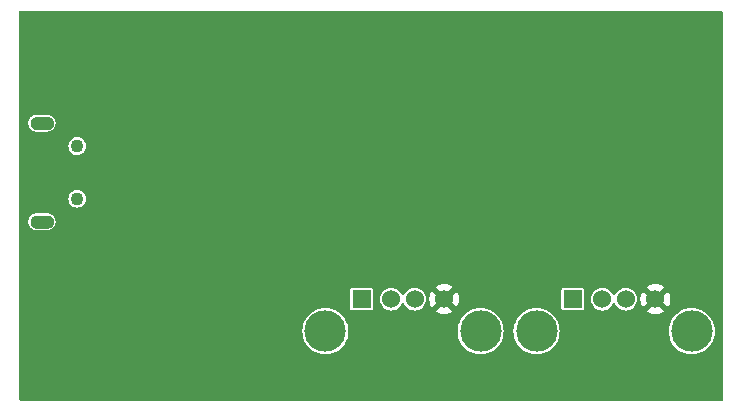
<source format=gbr>
%TF.GenerationSoftware,KiCad,Pcbnew,7.0.8*%
%TF.CreationDate,2024-10-31T12:16:04-07:00*%
%TF.ProjectId,ECE196Team13,45434531-3936-4546-9561-6d31332e6b69,1*%
%TF.SameCoordinates,Original*%
%TF.FileFunction,Copper,L2,Bot*%
%TF.FilePolarity,Positive*%
%FSLAX46Y46*%
G04 Gerber Fmt 4.6, Leading zero omitted, Abs format (unit mm)*
G04 Created by KiCad (PCBNEW 7.0.8) date 2024-10-31 12:16:04*
%MOMM*%
%LPD*%
G01*
G04 APERTURE LIST*
%TA.AperFunction,EtchedComponent*%
%ADD10C,0.010000*%
%TD*%
%TA.AperFunction,ComponentPad*%
%ADD11C,1.100000*%
%TD*%
%TA.AperFunction,ComponentPad*%
%ADD12O,1.900000X1.010000*%
%TD*%
%TA.AperFunction,ComponentPad*%
%ADD13R,1.524000X1.524000*%
%TD*%
%TA.AperFunction,ComponentPad*%
%ADD14C,1.524000*%
%TD*%
%TA.AperFunction,ComponentPad*%
%ADD15C,3.500000*%
%TD*%
%TA.AperFunction,ViaPad*%
%ADD16C,0.800000*%
%TD*%
%TA.AperFunction,Conductor*%
%ADD17C,0.250000*%
%TD*%
G04 APERTURE END LIST*
%TO.C,I1*%
D10*
X136219500Y-56691000D02*
X136245500Y-56693000D01*
X136271500Y-56696000D01*
X136298500Y-56701000D01*
X136323500Y-56707000D01*
X136349500Y-56715000D01*
X136374500Y-56724000D01*
X136398500Y-56734000D01*
X136422500Y-56745000D01*
X136446500Y-56758000D01*
X136468500Y-56772000D01*
X136490500Y-56787000D01*
X136511500Y-56803000D01*
X136532500Y-56820000D01*
X136551500Y-56839000D01*
X136569500Y-56858000D01*
X136586500Y-56878000D01*
X136603500Y-56899000D01*
X136618500Y-56921000D01*
X136632500Y-56944000D01*
X136644500Y-56967000D01*
X136656500Y-56991000D01*
X136666500Y-57016000D01*
X136675500Y-57041000D01*
X136682500Y-57066000D01*
X136688500Y-57092000D01*
X136693500Y-57118000D01*
X136697500Y-57144000D01*
X136699500Y-57171000D01*
X136699500Y-57200000D01*
X136699500Y-57224000D01*
X136697500Y-57250000D01*
X136693500Y-57276000D01*
X136689500Y-57302000D01*
X136682500Y-57328000D01*
X136675500Y-57353000D01*
X136666500Y-57378000D01*
X136656500Y-57402000D01*
X136645500Y-57426000D01*
X136632500Y-57449000D01*
X136618500Y-57471000D01*
X136604500Y-57493000D01*
X136588500Y-57514000D01*
X136570500Y-57534000D01*
X136552500Y-57553000D01*
X136533500Y-57571000D01*
X136513500Y-57588000D01*
X136492500Y-57604000D01*
X136471500Y-57619000D01*
X136448500Y-57633000D01*
X136425500Y-57645000D01*
X136401500Y-57657000D01*
X136377500Y-57667000D01*
X136352500Y-57675000D01*
X136327500Y-57683000D01*
X136301500Y-57689000D01*
X136276500Y-57694000D01*
X136250500Y-57697000D01*
X136223500Y-57699000D01*
X136195500Y-57700000D01*
X135304500Y-57700000D01*
X135276500Y-57699000D01*
X135249500Y-57697000D01*
X135223500Y-57694000D01*
X135198500Y-57689000D01*
X135172500Y-57683000D01*
X135147500Y-57675000D01*
X135122500Y-57667000D01*
X135098500Y-57657000D01*
X135074500Y-57645000D01*
X135051500Y-57633000D01*
X135028500Y-57619000D01*
X135007500Y-57604000D01*
X134986500Y-57588000D01*
X134966500Y-57571000D01*
X134947500Y-57553000D01*
X134929500Y-57534000D01*
X134911500Y-57514000D01*
X134895500Y-57493000D01*
X134881500Y-57471000D01*
X134867500Y-57449000D01*
X134854500Y-57426000D01*
X134843500Y-57402000D01*
X134833500Y-57378000D01*
X134824500Y-57353000D01*
X134817500Y-57328000D01*
X134810500Y-57302000D01*
X134806500Y-57276000D01*
X134802500Y-57250000D01*
X134800500Y-57224000D01*
X134799500Y-57200000D01*
X134800500Y-57171000D01*
X134802500Y-57144000D01*
X134806500Y-57118000D01*
X134811500Y-57092000D01*
X134817500Y-57066000D01*
X134824500Y-57041000D01*
X134833500Y-57016000D01*
X134843500Y-56991000D01*
X134855500Y-56967000D01*
X134867500Y-56944000D01*
X134881500Y-56921000D01*
X134896500Y-56899000D01*
X134913500Y-56878000D01*
X134930500Y-56858000D01*
X134948500Y-56839000D01*
X134967500Y-56820000D01*
X134988500Y-56803000D01*
X135009500Y-56787000D01*
X135031500Y-56772000D01*
X135053500Y-56758000D01*
X135077500Y-56745000D01*
X135101500Y-56734000D01*
X135125500Y-56724000D01*
X135150500Y-56715000D01*
X135176500Y-56707000D01*
X135201500Y-56701000D01*
X135228500Y-56696000D01*
X135254500Y-56693000D01*
X135280500Y-56691000D01*
X135304500Y-56690000D01*
X135305000Y-56690000D01*
X136195500Y-56690000D01*
X136219500Y-56691000D01*
%TA.AperFunction,EtchedComponent*%
G36*
X136219500Y-56691000D02*
G01*
X136245500Y-56693000D01*
X136271500Y-56696000D01*
X136298500Y-56701000D01*
X136323500Y-56707000D01*
X136349500Y-56715000D01*
X136374500Y-56724000D01*
X136398500Y-56734000D01*
X136422500Y-56745000D01*
X136446500Y-56758000D01*
X136468500Y-56772000D01*
X136490500Y-56787000D01*
X136511500Y-56803000D01*
X136532500Y-56820000D01*
X136551500Y-56839000D01*
X136569500Y-56858000D01*
X136586500Y-56878000D01*
X136603500Y-56899000D01*
X136618500Y-56921000D01*
X136632500Y-56944000D01*
X136644500Y-56967000D01*
X136656500Y-56991000D01*
X136666500Y-57016000D01*
X136675500Y-57041000D01*
X136682500Y-57066000D01*
X136688500Y-57092000D01*
X136693500Y-57118000D01*
X136697500Y-57144000D01*
X136699500Y-57171000D01*
X136699500Y-57200000D01*
X136699500Y-57224000D01*
X136697500Y-57250000D01*
X136693500Y-57276000D01*
X136689500Y-57302000D01*
X136682500Y-57328000D01*
X136675500Y-57353000D01*
X136666500Y-57378000D01*
X136656500Y-57402000D01*
X136645500Y-57426000D01*
X136632500Y-57449000D01*
X136618500Y-57471000D01*
X136604500Y-57493000D01*
X136588500Y-57514000D01*
X136570500Y-57534000D01*
X136552500Y-57553000D01*
X136533500Y-57571000D01*
X136513500Y-57588000D01*
X136492500Y-57604000D01*
X136471500Y-57619000D01*
X136448500Y-57633000D01*
X136425500Y-57645000D01*
X136401500Y-57657000D01*
X136377500Y-57667000D01*
X136352500Y-57675000D01*
X136327500Y-57683000D01*
X136301500Y-57689000D01*
X136276500Y-57694000D01*
X136250500Y-57697000D01*
X136223500Y-57699000D01*
X136195500Y-57700000D01*
X135304500Y-57700000D01*
X135276500Y-57699000D01*
X135249500Y-57697000D01*
X135223500Y-57694000D01*
X135198500Y-57689000D01*
X135172500Y-57683000D01*
X135147500Y-57675000D01*
X135122500Y-57667000D01*
X135098500Y-57657000D01*
X135074500Y-57645000D01*
X135051500Y-57633000D01*
X135028500Y-57619000D01*
X135007500Y-57604000D01*
X134986500Y-57588000D01*
X134966500Y-57571000D01*
X134947500Y-57553000D01*
X134929500Y-57534000D01*
X134911500Y-57514000D01*
X134895500Y-57493000D01*
X134881500Y-57471000D01*
X134867500Y-57449000D01*
X134854500Y-57426000D01*
X134843500Y-57402000D01*
X134833500Y-57378000D01*
X134824500Y-57353000D01*
X134817500Y-57328000D01*
X134810500Y-57302000D01*
X134806500Y-57276000D01*
X134802500Y-57250000D01*
X134800500Y-57224000D01*
X134799500Y-57200000D01*
X134800500Y-57171000D01*
X134802500Y-57144000D01*
X134806500Y-57118000D01*
X134811500Y-57092000D01*
X134817500Y-57066000D01*
X134824500Y-57041000D01*
X134833500Y-57016000D01*
X134843500Y-56991000D01*
X134855500Y-56967000D01*
X134867500Y-56944000D01*
X134881500Y-56921000D01*
X134896500Y-56899000D01*
X134913500Y-56878000D01*
X134930500Y-56858000D01*
X134948500Y-56839000D01*
X134967500Y-56820000D01*
X134988500Y-56803000D01*
X135009500Y-56787000D01*
X135031500Y-56772000D01*
X135053500Y-56758000D01*
X135077500Y-56745000D01*
X135101500Y-56734000D01*
X135125500Y-56724000D01*
X135150500Y-56715000D01*
X135176500Y-56707000D01*
X135201500Y-56701000D01*
X135228500Y-56696000D01*
X135254500Y-56693000D01*
X135280500Y-56691000D01*
X135304500Y-56690000D01*
X135305000Y-56690000D01*
X136195500Y-56690000D01*
X136219500Y-56691000D01*
G37*
%TD.AperFunction*%
X136223500Y-48351000D02*
X136250500Y-48353000D01*
X136276500Y-48356000D01*
X136301500Y-48361000D01*
X136327500Y-48367000D01*
X136352500Y-48375000D01*
X136377500Y-48383000D01*
X136401500Y-48393000D01*
X136425500Y-48405000D01*
X136448500Y-48417000D01*
X136471500Y-48431000D01*
X136492500Y-48446000D01*
X136513500Y-48462000D01*
X136533500Y-48479000D01*
X136552500Y-48497000D01*
X136570500Y-48516000D01*
X136588500Y-48536000D01*
X136604500Y-48557000D01*
X136618500Y-48579000D01*
X136632500Y-48601000D01*
X136645500Y-48624000D01*
X136656500Y-48648000D01*
X136666500Y-48672000D01*
X136675500Y-48697000D01*
X136682500Y-48722000D01*
X136689500Y-48748000D01*
X136693500Y-48774000D01*
X136697500Y-48800000D01*
X136699500Y-48826000D01*
X136699500Y-48850000D01*
X136699500Y-48879000D01*
X136697500Y-48906000D01*
X136693500Y-48932000D01*
X136688500Y-48958000D01*
X136682500Y-48984000D01*
X136675500Y-49009000D01*
X136666500Y-49034000D01*
X136656500Y-49059000D01*
X136644500Y-49083000D01*
X136632500Y-49106000D01*
X136618500Y-49129000D01*
X136603500Y-49151000D01*
X136586500Y-49172000D01*
X136569500Y-49192000D01*
X136551500Y-49211000D01*
X136532500Y-49230000D01*
X136511500Y-49247000D01*
X136490500Y-49263000D01*
X136468500Y-49278000D01*
X136446500Y-49292000D01*
X136422500Y-49305000D01*
X136398500Y-49316000D01*
X136374500Y-49326000D01*
X136349500Y-49335000D01*
X136323500Y-49343000D01*
X136298500Y-49349000D01*
X136271500Y-49354000D01*
X136245500Y-49357000D01*
X136219500Y-49359000D01*
X136195500Y-49360000D01*
X135304500Y-49360000D01*
X135280500Y-49359000D01*
X135254500Y-49357000D01*
X135228500Y-49354000D01*
X135201500Y-49349000D01*
X135176500Y-49343000D01*
X135150500Y-49335000D01*
X135125500Y-49326000D01*
X135101500Y-49316000D01*
X135077500Y-49305000D01*
X135053500Y-49292000D01*
X135031500Y-49278000D01*
X135009500Y-49263000D01*
X134988500Y-49247000D01*
X134967500Y-49230000D01*
X134948500Y-49211000D01*
X134930500Y-49192000D01*
X134913500Y-49172000D01*
X134896500Y-49151000D01*
X134881500Y-49129000D01*
X134867500Y-49106000D01*
X134855500Y-49083000D01*
X134843500Y-49059000D01*
X134833500Y-49034000D01*
X134824500Y-49009000D01*
X134817500Y-48984000D01*
X134811500Y-48958000D01*
X134806500Y-48932000D01*
X134802500Y-48906000D01*
X134800500Y-48879000D01*
X134799500Y-48850000D01*
X134800500Y-48826000D01*
X134802500Y-48800000D01*
X134806500Y-48774000D01*
X134810500Y-48748000D01*
X134817500Y-48722000D01*
X134824500Y-48697000D01*
X134833500Y-48672000D01*
X134843500Y-48648000D01*
X134854500Y-48624000D01*
X134867500Y-48601000D01*
X134881500Y-48579000D01*
X134895500Y-48557000D01*
X134911500Y-48536000D01*
X134929500Y-48516000D01*
X134947500Y-48497000D01*
X134966500Y-48479000D01*
X134986500Y-48462000D01*
X135007500Y-48446000D01*
X135028500Y-48431000D01*
X135051500Y-48417000D01*
X135074500Y-48405000D01*
X135098500Y-48393000D01*
X135122500Y-48383000D01*
X135147500Y-48375000D01*
X135172500Y-48367000D01*
X135198500Y-48361000D01*
X135223500Y-48356000D01*
X135249500Y-48353000D01*
X135276500Y-48351000D01*
X135304500Y-48350000D01*
X135305000Y-48350000D01*
X136195500Y-48350000D01*
X136223500Y-48351000D01*
%TA.AperFunction,EtchedComponent*%
G36*
X136223500Y-48351000D02*
G01*
X136250500Y-48353000D01*
X136276500Y-48356000D01*
X136301500Y-48361000D01*
X136327500Y-48367000D01*
X136352500Y-48375000D01*
X136377500Y-48383000D01*
X136401500Y-48393000D01*
X136425500Y-48405000D01*
X136448500Y-48417000D01*
X136471500Y-48431000D01*
X136492500Y-48446000D01*
X136513500Y-48462000D01*
X136533500Y-48479000D01*
X136552500Y-48497000D01*
X136570500Y-48516000D01*
X136588500Y-48536000D01*
X136604500Y-48557000D01*
X136618500Y-48579000D01*
X136632500Y-48601000D01*
X136645500Y-48624000D01*
X136656500Y-48648000D01*
X136666500Y-48672000D01*
X136675500Y-48697000D01*
X136682500Y-48722000D01*
X136689500Y-48748000D01*
X136693500Y-48774000D01*
X136697500Y-48800000D01*
X136699500Y-48826000D01*
X136699500Y-48850000D01*
X136699500Y-48879000D01*
X136697500Y-48906000D01*
X136693500Y-48932000D01*
X136688500Y-48958000D01*
X136682500Y-48984000D01*
X136675500Y-49009000D01*
X136666500Y-49034000D01*
X136656500Y-49059000D01*
X136644500Y-49083000D01*
X136632500Y-49106000D01*
X136618500Y-49129000D01*
X136603500Y-49151000D01*
X136586500Y-49172000D01*
X136569500Y-49192000D01*
X136551500Y-49211000D01*
X136532500Y-49230000D01*
X136511500Y-49247000D01*
X136490500Y-49263000D01*
X136468500Y-49278000D01*
X136446500Y-49292000D01*
X136422500Y-49305000D01*
X136398500Y-49316000D01*
X136374500Y-49326000D01*
X136349500Y-49335000D01*
X136323500Y-49343000D01*
X136298500Y-49349000D01*
X136271500Y-49354000D01*
X136245500Y-49357000D01*
X136219500Y-49359000D01*
X136195500Y-49360000D01*
X135304500Y-49360000D01*
X135280500Y-49359000D01*
X135254500Y-49357000D01*
X135228500Y-49354000D01*
X135201500Y-49349000D01*
X135176500Y-49343000D01*
X135150500Y-49335000D01*
X135125500Y-49326000D01*
X135101500Y-49316000D01*
X135077500Y-49305000D01*
X135053500Y-49292000D01*
X135031500Y-49278000D01*
X135009500Y-49263000D01*
X134988500Y-49247000D01*
X134967500Y-49230000D01*
X134948500Y-49211000D01*
X134930500Y-49192000D01*
X134913500Y-49172000D01*
X134896500Y-49151000D01*
X134881500Y-49129000D01*
X134867500Y-49106000D01*
X134855500Y-49083000D01*
X134843500Y-49059000D01*
X134833500Y-49034000D01*
X134824500Y-49009000D01*
X134817500Y-48984000D01*
X134811500Y-48958000D01*
X134806500Y-48932000D01*
X134802500Y-48906000D01*
X134800500Y-48879000D01*
X134799500Y-48850000D01*
X134800500Y-48826000D01*
X134802500Y-48800000D01*
X134806500Y-48774000D01*
X134810500Y-48748000D01*
X134817500Y-48722000D01*
X134824500Y-48697000D01*
X134833500Y-48672000D01*
X134843500Y-48648000D01*
X134854500Y-48624000D01*
X134867500Y-48601000D01*
X134881500Y-48579000D01*
X134895500Y-48557000D01*
X134911500Y-48536000D01*
X134929500Y-48516000D01*
X134947500Y-48497000D01*
X134966500Y-48479000D01*
X134986500Y-48462000D01*
X135007500Y-48446000D01*
X135028500Y-48431000D01*
X135051500Y-48417000D01*
X135074500Y-48405000D01*
X135098500Y-48393000D01*
X135122500Y-48383000D01*
X135147500Y-48375000D01*
X135172500Y-48367000D01*
X135198500Y-48361000D01*
X135223500Y-48356000D01*
X135249500Y-48353000D01*
X135276500Y-48351000D01*
X135304500Y-48350000D01*
X135305000Y-48350000D01*
X136195500Y-48350000D01*
X136223500Y-48351000D01*
G37*
%TD.AperFunction*%
%TD*%
D11*
%TO.P,I1,*%
%TO.N,*%
X138750000Y-55250000D03*
X138750000Y-50800000D03*
D12*
X135750000Y-57200000D03*
X135750000Y-48850000D03*
%TD*%
D13*
%TO.P,O2,1,VBUS*%
%TO.N,Net-(O1-VBUS)*%
X180700000Y-63747500D03*
D14*
%TO.P,O2,2,D-*%
%TO.N,unconnected-(O2-D--Pad2)*%
X183200000Y-63747500D03*
%TO.P,O2,3,D+*%
%TO.N,unconnected-(O2-D+-Pad3)*%
X185200000Y-63747500D03*
%TO.P,O2,4,GND*%
%TO.N,GND*%
X187700000Y-63747500D03*
D15*
%TO.P,O2,5,Shield*%
%TO.N,Net-(O2-Shield)*%
X190770000Y-66457500D03*
X177630000Y-66457500D03*
%TD*%
D13*
%TO.P,O1,1,VBUS*%
%TO.N,Net-(O1-VBUS)*%
X162825000Y-63747500D03*
D14*
%TO.P,O1,2,D-*%
%TO.N,unconnected-(O1-D--Pad2)*%
X165325000Y-63747500D03*
%TO.P,O1,3,D+*%
%TO.N,unconnected-(O1-D+-Pad3)*%
X167325000Y-63747500D03*
%TO.P,O1,4,GND*%
%TO.N,GND*%
X169825000Y-63747500D03*
D15*
%TO.P,O1,5,Shield*%
%TO.N,Net-(O1-Shield)*%
X172895000Y-66457500D03*
X159755000Y-66457500D03*
%TD*%
D16*
%TO.N,GND*%
X188975000Y-61075000D03*
X154950000Y-64625000D03*
X185875000Y-49900000D03*
X185500000Y-51825000D03*
X186535000Y-56475000D03*
X191825000Y-44650000D03*
X187975000Y-43825000D03*
X168300000Y-59175000D03*
X168895000Y-51200000D03*
X170862500Y-53662500D03*
X158175000Y-49525000D03*
X143150000Y-54250000D03*
X154500000Y-45350000D03*
X151425000Y-46100000D03*
X149450000Y-44700000D03*
%TD*%
D17*
%TO.N,GND*%
X155325000Y-66325000D02*
X155325000Y-66225000D01*
X155350000Y-66200000D02*
X155325000Y-66175000D01*
X155325000Y-66225000D02*
X155350000Y-66200000D01*
%TD*%
%TA.AperFunction,Conductor*%
%TO.N,GND*%
G36*
X193342539Y-39345185D02*
G01*
X193388294Y-39397989D01*
X193399500Y-39449500D01*
X193399500Y-72225500D01*
X193379815Y-72292539D01*
X193327011Y-72338294D01*
X193275500Y-72349500D01*
X133949500Y-72349500D01*
X133882461Y-72329815D01*
X133836706Y-72277011D01*
X133825500Y-72225500D01*
X133825500Y-66457501D01*
X157799518Y-66457501D01*
X157819422Y-66735799D01*
X157878727Y-67008416D01*
X157878729Y-67008423D01*
X157939266Y-67170730D01*
X157976231Y-67269838D01*
X157976233Y-67269842D01*
X158109940Y-67514707D01*
X158109945Y-67514715D01*
X158277138Y-67738060D01*
X158277154Y-67738078D01*
X158474421Y-67935345D01*
X158474439Y-67935361D01*
X158697784Y-68102554D01*
X158697792Y-68102559D01*
X158942657Y-68236266D01*
X158942661Y-68236268D01*
X158942663Y-68236269D01*
X159204077Y-68333771D01*
X159340391Y-68363424D01*
X159476700Y-68393077D01*
X159476702Y-68393077D01*
X159476706Y-68393078D01*
X159724014Y-68410765D01*
X159754999Y-68412982D01*
X159755000Y-68412982D01*
X159755001Y-68412982D01*
X159782881Y-68410987D01*
X160033294Y-68393078D01*
X160305923Y-68333771D01*
X160567337Y-68236269D01*
X160812213Y-68102556D01*
X161035568Y-67935355D01*
X161232855Y-67738068D01*
X161400056Y-67514713D01*
X161533769Y-67269837D01*
X161631271Y-67008423D01*
X161690578Y-66735794D01*
X161710482Y-66457501D01*
X170939518Y-66457501D01*
X170959422Y-66735799D01*
X171018727Y-67008416D01*
X171018729Y-67008423D01*
X171079266Y-67170730D01*
X171116231Y-67269838D01*
X171116233Y-67269842D01*
X171249940Y-67514707D01*
X171249945Y-67514715D01*
X171417138Y-67738060D01*
X171417154Y-67738078D01*
X171614421Y-67935345D01*
X171614439Y-67935361D01*
X171837784Y-68102554D01*
X171837792Y-68102559D01*
X172082657Y-68236266D01*
X172082661Y-68236268D01*
X172082663Y-68236269D01*
X172344077Y-68333771D01*
X172480391Y-68363424D01*
X172616700Y-68393077D01*
X172616702Y-68393077D01*
X172616706Y-68393078D01*
X172864014Y-68410765D01*
X172894999Y-68412982D01*
X172895000Y-68412982D01*
X172895001Y-68412982D01*
X172922881Y-68410987D01*
X173173294Y-68393078D01*
X173445923Y-68333771D01*
X173707337Y-68236269D01*
X173952213Y-68102556D01*
X174175568Y-67935355D01*
X174372855Y-67738068D01*
X174540056Y-67514713D01*
X174673769Y-67269837D01*
X174771271Y-67008423D01*
X174830578Y-66735794D01*
X174850482Y-66457501D01*
X175674518Y-66457501D01*
X175694422Y-66735799D01*
X175753727Y-67008416D01*
X175753729Y-67008423D01*
X175814266Y-67170730D01*
X175851231Y-67269838D01*
X175851233Y-67269842D01*
X175984940Y-67514707D01*
X175984945Y-67514715D01*
X176152138Y-67738060D01*
X176152154Y-67738078D01*
X176349421Y-67935345D01*
X176349439Y-67935361D01*
X176572784Y-68102554D01*
X176572792Y-68102559D01*
X176817657Y-68236266D01*
X176817661Y-68236268D01*
X176817663Y-68236269D01*
X177079077Y-68333771D01*
X177215391Y-68363424D01*
X177351700Y-68393077D01*
X177351702Y-68393077D01*
X177351706Y-68393078D01*
X177599014Y-68410765D01*
X177629999Y-68412982D01*
X177630000Y-68412982D01*
X177630001Y-68412982D01*
X177657881Y-68410987D01*
X177908294Y-68393078D01*
X178180923Y-68333771D01*
X178442337Y-68236269D01*
X178687213Y-68102556D01*
X178910568Y-67935355D01*
X179107855Y-67738068D01*
X179275056Y-67514713D01*
X179408769Y-67269837D01*
X179506271Y-67008423D01*
X179565578Y-66735794D01*
X179585482Y-66457501D01*
X188814518Y-66457501D01*
X188834422Y-66735799D01*
X188893727Y-67008416D01*
X188893729Y-67008423D01*
X188954266Y-67170730D01*
X188991231Y-67269838D01*
X188991233Y-67269842D01*
X189124940Y-67514707D01*
X189124945Y-67514715D01*
X189292138Y-67738060D01*
X189292154Y-67738078D01*
X189489421Y-67935345D01*
X189489439Y-67935361D01*
X189712784Y-68102554D01*
X189712792Y-68102559D01*
X189957657Y-68236266D01*
X189957661Y-68236268D01*
X189957663Y-68236269D01*
X190219077Y-68333771D01*
X190355391Y-68363424D01*
X190491700Y-68393077D01*
X190491702Y-68393077D01*
X190491706Y-68393078D01*
X190739014Y-68410765D01*
X190769999Y-68412982D01*
X190770000Y-68412982D01*
X190770001Y-68412982D01*
X190797881Y-68410987D01*
X191048294Y-68393078D01*
X191320923Y-68333771D01*
X191582337Y-68236269D01*
X191827213Y-68102556D01*
X192050568Y-67935355D01*
X192247855Y-67738068D01*
X192415056Y-67514713D01*
X192548769Y-67269837D01*
X192646271Y-67008423D01*
X192705578Y-66735794D01*
X192725482Y-66457500D01*
X192705578Y-66179206D01*
X192646271Y-65906577D01*
X192548769Y-65645163D01*
X192415056Y-65400287D01*
X192415054Y-65400284D01*
X192247861Y-65176939D01*
X192247845Y-65176921D01*
X192050578Y-64979654D01*
X192050560Y-64979638D01*
X191827215Y-64812445D01*
X191827207Y-64812440D01*
X191582342Y-64678733D01*
X191582338Y-64678731D01*
X191481264Y-64641033D01*
X191320923Y-64581229D01*
X191320919Y-64581228D01*
X191320916Y-64581227D01*
X191048299Y-64521922D01*
X190770001Y-64502018D01*
X190769999Y-64502018D01*
X190491700Y-64521922D01*
X190219083Y-64581227D01*
X190219078Y-64581228D01*
X190219077Y-64581229D01*
X190155875Y-64604801D01*
X189957661Y-64678731D01*
X189957657Y-64678733D01*
X189712792Y-64812440D01*
X189712784Y-64812445D01*
X189489439Y-64979638D01*
X189489421Y-64979654D01*
X189292154Y-65176921D01*
X189292138Y-65176939D01*
X189124945Y-65400284D01*
X189124940Y-65400292D01*
X188991233Y-65645157D01*
X188991231Y-65645161D01*
X188893727Y-65906583D01*
X188834422Y-66179200D01*
X188814518Y-66457498D01*
X188814518Y-66457501D01*
X179585482Y-66457501D01*
X179585482Y-66457500D01*
X179565578Y-66179206D01*
X179506271Y-65906577D01*
X179408769Y-65645163D01*
X179275056Y-65400287D01*
X179275054Y-65400284D01*
X179107861Y-65176939D01*
X179107845Y-65176921D01*
X178910578Y-64979654D01*
X178910560Y-64979638D01*
X178687215Y-64812445D01*
X178687207Y-64812440D01*
X178442342Y-64678733D01*
X178442338Y-64678731D01*
X178341264Y-64641033D01*
X178180923Y-64581229D01*
X178180919Y-64581228D01*
X178180916Y-64581227D01*
X177941994Y-64529252D01*
X179737500Y-64529252D01*
X179749131Y-64587729D01*
X179749132Y-64587730D01*
X179793447Y-64654052D01*
X179859769Y-64698367D01*
X179859770Y-64698368D01*
X179918247Y-64709999D01*
X179918250Y-64710000D01*
X179918252Y-64710000D01*
X181481750Y-64710000D01*
X181481751Y-64709999D01*
X181496568Y-64707052D01*
X181540229Y-64698368D01*
X181540229Y-64698367D01*
X181540231Y-64698367D01*
X181606552Y-64654052D01*
X181650867Y-64587731D01*
X181650867Y-64587729D01*
X181650868Y-64587729D01*
X181662499Y-64529252D01*
X181662500Y-64529250D01*
X181662500Y-63747500D01*
X182232843Y-63747500D01*
X182251426Y-63936181D01*
X182264748Y-63980098D01*
X182306463Y-64117615D01*
X182306464Y-64117618D01*
X182306465Y-64117619D01*
X182306466Y-64117622D01*
X182395834Y-64284818D01*
X182395838Y-64284825D01*
X182516116Y-64431383D01*
X182662674Y-64551661D01*
X182662681Y-64551665D01*
X182829877Y-64641033D01*
X182829878Y-64641033D01*
X182829885Y-64641037D01*
X183011317Y-64696073D01*
X183011316Y-64696073D01*
X183028233Y-64697739D01*
X183200000Y-64714657D01*
X183388683Y-64696073D01*
X183570115Y-64641037D01*
X183737324Y-64551662D01*
X183883883Y-64431383D01*
X184004162Y-64284824D01*
X184053762Y-64192029D01*
X184090642Y-64123032D01*
X184139604Y-64073188D01*
X184207742Y-64057727D01*
X184273421Y-64081558D01*
X184309358Y-64123032D01*
X184395834Y-64284818D01*
X184395838Y-64284825D01*
X184516116Y-64431383D01*
X184662674Y-64551661D01*
X184662681Y-64551665D01*
X184829877Y-64641033D01*
X184829878Y-64641033D01*
X184829885Y-64641037D01*
X185011317Y-64696073D01*
X185011316Y-64696073D01*
X185028233Y-64697739D01*
X185200000Y-64714657D01*
X185388683Y-64696073D01*
X185570115Y-64641037D01*
X185737324Y-64551662D01*
X185883883Y-64431383D01*
X186004162Y-64284824D01*
X186093537Y-64117615D01*
X186148573Y-63936183D01*
X186167157Y-63747500D01*
X186433179Y-63747500D01*
X186452424Y-63967476D01*
X186452426Y-63967486D01*
X186509575Y-64180770D01*
X186509580Y-64180784D01*
X186602899Y-64380907D01*
X186602900Y-64380909D01*
X186648258Y-64445687D01*
X187246220Y-63847725D01*
X187246467Y-63851016D01*
X187297128Y-63980098D01*
X187383586Y-64088513D01*
X187498159Y-64166627D01*
X187602301Y-64198750D01*
X187001811Y-64799241D01*
X187066582Y-64844594D01*
X187066592Y-64844600D01*
X187266715Y-64937919D01*
X187266729Y-64937924D01*
X187480013Y-64995073D01*
X187480023Y-64995075D01*
X187699999Y-65014321D01*
X187700001Y-65014321D01*
X187919976Y-64995075D01*
X187919986Y-64995073D01*
X188133270Y-64937924D01*
X188133284Y-64937919D01*
X188333408Y-64844600D01*
X188333420Y-64844593D01*
X188398186Y-64799242D01*
X188398187Y-64799240D01*
X187797020Y-64198072D01*
X187837119Y-64192029D01*
X187962054Y-64131863D01*
X188063705Y-64037545D01*
X188133039Y-63917455D01*
X188149850Y-63843797D01*
X188751740Y-64445687D01*
X188751742Y-64445686D01*
X188797093Y-64380920D01*
X188797100Y-64380908D01*
X188890419Y-64180784D01*
X188890424Y-64180770D01*
X188947573Y-63967486D01*
X188947575Y-63967476D01*
X188966821Y-63747500D01*
X188966821Y-63747499D01*
X188947575Y-63527523D01*
X188947573Y-63527513D01*
X188890424Y-63314229D01*
X188890420Y-63314220D01*
X188797098Y-63114090D01*
X188751740Y-63049311D01*
X188153779Y-63647272D01*
X188153533Y-63643984D01*
X188102872Y-63514902D01*
X188016414Y-63406487D01*
X187901841Y-63328373D01*
X187797697Y-63296249D01*
X188398187Y-62695758D01*
X188333409Y-62650400D01*
X188333407Y-62650399D01*
X188133284Y-62557080D01*
X188133270Y-62557075D01*
X187919986Y-62499926D01*
X187919976Y-62499924D01*
X187700001Y-62480679D01*
X187699999Y-62480679D01*
X187480023Y-62499924D01*
X187480013Y-62499926D01*
X187266729Y-62557075D01*
X187266720Y-62557079D01*
X187066586Y-62650403D01*
X187001812Y-62695757D01*
X187001811Y-62695758D01*
X187602980Y-63296927D01*
X187562881Y-63302971D01*
X187437946Y-63363137D01*
X187336295Y-63457455D01*
X187266961Y-63577545D01*
X187250149Y-63651202D01*
X186648258Y-63049311D01*
X186648257Y-63049312D01*
X186602903Y-63114086D01*
X186509579Y-63314220D01*
X186509575Y-63314229D01*
X186452426Y-63527513D01*
X186452424Y-63527523D01*
X186433179Y-63747499D01*
X186433179Y-63747500D01*
X186167157Y-63747500D01*
X186148573Y-63558817D01*
X186093537Y-63377385D01*
X186090641Y-63371967D01*
X186004165Y-63210181D01*
X186004161Y-63210174D01*
X185883883Y-63063616D01*
X185737325Y-62943338D01*
X185737318Y-62943334D01*
X185570122Y-62853966D01*
X185570119Y-62853965D01*
X185570118Y-62853964D01*
X185570115Y-62853963D01*
X185388683Y-62798927D01*
X185388681Y-62798926D01*
X185388683Y-62798926D01*
X185200000Y-62780343D01*
X185011318Y-62798926D01*
X184904194Y-62831421D01*
X184829885Y-62853963D01*
X184829882Y-62853964D01*
X184829880Y-62853965D01*
X184829877Y-62853966D01*
X184662681Y-62943334D01*
X184662674Y-62943338D01*
X184516116Y-63063616D01*
X184395838Y-63210174D01*
X184395834Y-63210181D01*
X184309358Y-63371967D01*
X184260396Y-63421811D01*
X184192258Y-63437272D01*
X184126578Y-63413440D01*
X184090642Y-63371967D01*
X184004165Y-63210181D01*
X184004161Y-63210174D01*
X183883883Y-63063616D01*
X183737325Y-62943338D01*
X183737318Y-62943334D01*
X183570122Y-62853966D01*
X183570119Y-62853965D01*
X183570118Y-62853964D01*
X183570115Y-62853963D01*
X183388683Y-62798927D01*
X183388681Y-62798926D01*
X183388683Y-62798926D01*
X183200000Y-62780343D01*
X183011318Y-62798926D01*
X182904194Y-62831421D01*
X182829885Y-62853963D01*
X182829882Y-62853964D01*
X182829880Y-62853965D01*
X182829877Y-62853966D01*
X182662681Y-62943334D01*
X182662674Y-62943338D01*
X182516116Y-63063616D01*
X182395838Y-63210174D01*
X182395834Y-63210181D01*
X182306466Y-63377377D01*
X182306465Y-63377380D01*
X182306464Y-63377382D01*
X182306463Y-63377385D01*
X182297635Y-63406487D01*
X182251426Y-63558818D01*
X182232843Y-63747500D01*
X181662500Y-63747500D01*
X181662500Y-62965749D01*
X181662499Y-62965747D01*
X181650868Y-62907270D01*
X181650867Y-62907269D01*
X181606552Y-62840947D01*
X181540230Y-62796632D01*
X181540229Y-62796631D01*
X181481752Y-62785000D01*
X181481748Y-62785000D01*
X179918252Y-62785000D01*
X179918247Y-62785000D01*
X179859770Y-62796631D01*
X179859769Y-62796632D01*
X179793447Y-62840947D01*
X179749132Y-62907269D01*
X179749131Y-62907270D01*
X179737500Y-62965747D01*
X179737500Y-64529252D01*
X177941994Y-64529252D01*
X177908299Y-64521922D01*
X177630001Y-64502018D01*
X177629999Y-64502018D01*
X177351700Y-64521922D01*
X177079083Y-64581227D01*
X177079078Y-64581228D01*
X177079077Y-64581229D01*
X177015875Y-64604801D01*
X176817661Y-64678731D01*
X176817657Y-64678733D01*
X176572792Y-64812440D01*
X176572784Y-64812445D01*
X176349439Y-64979638D01*
X176349421Y-64979654D01*
X176152154Y-65176921D01*
X176152138Y-65176939D01*
X175984945Y-65400284D01*
X175984940Y-65400292D01*
X175851233Y-65645157D01*
X175851231Y-65645161D01*
X175753727Y-65906583D01*
X175694422Y-66179200D01*
X175674518Y-66457498D01*
X175674518Y-66457501D01*
X174850482Y-66457501D01*
X174850482Y-66457500D01*
X174830578Y-66179206D01*
X174771271Y-65906577D01*
X174673769Y-65645163D01*
X174540056Y-65400287D01*
X174540054Y-65400284D01*
X174372861Y-65176939D01*
X174372845Y-65176921D01*
X174175578Y-64979654D01*
X174175560Y-64979638D01*
X173952215Y-64812445D01*
X173952207Y-64812440D01*
X173707342Y-64678733D01*
X173707338Y-64678731D01*
X173606264Y-64641033D01*
X173445923Y-64581229D01*
X173445919Y-64581228D01*
X173445916Y-64581227D01*
X173173299Y-64521922D01*
X172895001Y-64502018D01*
X172894999Y-64502018D01*
X172616700Y-64521922D01*
X172344083Y-64581227D01*
X172344078Y-64581228D01*
X172344077Y-64581229D01*
X172280875Y-64604801D01*
X172082661Y-64678731D01*
X172082657Y-64678733D01*
X171837792Y-64812440D01*
X171837784Y-64812445D01*
X171614439Y-64979638D01*
X171614421Y-64979654D01*
X171417154Y-65176921D01*
X171417138Y-65176939D01*
X171249945Y-65400284D01*
X171249940Y-65400292D01*
X171116233Y-65645157D01*
X171116231Y-65645161D01*
X171018727Y-65906583D01*
X170959422Y-66179200D01*
X170939518Y-66457498D01*
X170939518Y-66457501D01*
X161710482Y-66457501D01*
X161710482Y-66457500D01*
X161690578Y-66179206D01*
X161631271Y-65906577D01*
X161533769Y-65645163D01*
X161400056Y-65400287D01*
X161400054Y-65400284D01*
X161232861Y-65176939D01*
X161232845Y-65176921D01*
X161035578Y-64979654D01*
X161035560Y-64979638D01*
X160812215Y-64812445D01*
X160812207Y-64812440D01*
X160567342Y-64678733D01*
X160567338Y-64678731D01*
X160466264Y-64641033D01*
X160305923Y-64581229D01*
X160305919Y-64581228D01*
X160305916Y-64581227D01*
X160066994Y-64529252D01*
X161862500Y-64529252D01*
X161874131Y-64587729D01*
X161874132Y-64587730D01*
X161918447Y-64654052D01*
X161984769Y-64698367D01*
X161984770Y-64698368D01*
X162043247Y-64709999D01*
X162043250Y-64710000D01*
X162043252Y-64710000D01*
X163606750Y-64710000D01*
X163606751Y-64709999D01*
X163621568Y-64707052D01*
X163665229Y-64698368D01*
X163665229Y-64698367D01*
X163665231Y-64698367D01*
X163731552Y-64654052D01*
X163775867Y-64587731D01*
X163775867Y-64587729D01*
X163775868Y-64587729D01*
X163787499Y-64529252D01*
X163787500Y-64529250D01*
X163787500Y-63747500D01*
X164357843Y-63747500D01*
X164376426Y-63936181D01*
X164389748Y-63980098D01*
X164431463Y-64117615D01*
X164431464Y-64117618D01*
X164431465Y-64117619D01*
X164431466Y-64117622D01*
X164520834Y-64284818D01*
X164520838Y-64284825D01*
X164641116Y-64431383D01*
X164787674Y-64551661D01*
X164787681Y-64551665D01*
X164954877Y-64641033D01*
X164954878Y-64641033D01*
X164954885Y-64641037D01*
X165136317Y-64696073D01*
X165136316Y-64696073D01*
X165153233Y-64697739D01*
X165325000Y-64714657D01*
X165513683Y-64696073D01*
X165695115Y-64641037D01*
X165862324Y-64551662D01*
X166008883Y-64431383D01*
X166129162Y-64284824D01*
X166178762Y-64192029D01*
X166215642Y-64123032D01*
X166264604Y-64073188D01*
X166332742Y-64057727D01*
X166398421Y-64081558D01*
X166434358Y-64123032D01*
X166520834Y-64284818D01*
X166520838Y-64284825D01*
X166641116Y-64431383D01*
X166787674Y-64551661D01*
X166787681Y-64551665D01*
X166954877Y-64641033D01*
X166954878Y-64641033D01*
X166954885Y-64641037D01*
X167136317Y-64696073D01*
X167136316Y-64696073D01*
X167153233Y-64697739D01*
X167325000Y-64714657D01*
X167513683Y-64696073D01*
X167695115Y-64641037D01*
X167862324Y-64551662D01*
X168008883Y-64431383D01*
X168129162Y-64284824D01*
X168218537Y-64117615D01*
X168273573Y-63936183D01*
X168292157Y-63747500D01*
X168558179Y-63747500D01*
X168577424Y-63967476D01*
X168577426Y-63967486D01*
X168634575Y-64180770D01*
X168634580Y-64180784D01*
X168727899Y-64380907D01*
X168727900Y-64380909D01*
X168773258Y-64445687D01*
X169371220Y-63847725D01*
X169371467Y-63851016D01*
X169422128Y-63980098D01*
X169508586Y-64088513D01*
X169623159Y-64166627D01*
X169727301Y-64198750D01*
X169126811Y-64799241D01*
X169191582Y-64844594D01*
X169191592Y-64844600D01*
X169391715Y-64937919D01*
X169391729Y-64937924D01*
X169605013Y-64995073D01*
X169605023Y-64995075D01*
X169824999Y-65014321D01*
X169825001Y-65014321D01*
X170044976Y-64995075D01*
X170044986Y-64995073D01*
X170258270Y-64937924D01*
X170258284Y-64937919D01*
X170458408Y-64844600D01*
X170458420Y-64844593D01*
X170523186Y-64799242D01*
X170523187Y-64799240D01*
X169922020Y-64198072D01*
X169962119Y-64192029D01*
X170087054Y-64131863D01*
X170188705Y-64037545D01*
X170258039Y-63917455D01*
X170274850Y-63843797D01*
X170876740Y-64445687D01*
X170876742Y-64445686D01*
X170922093Y-64380920D01*
X170922100Y-64380908D01*
X171015419Y-64180784D01*
X171015424Y-64180770D01*
X171072573Y-63967486D01*
X171072575Y-63967476D01*
X171091821Y-63747500D01*
X171091821Y-63747499D01*
X171072575Y-63527523D01*
X171072573Y-63527513D01*
X171015424Y-63314229D01*
X171015420Y-63314220D01*
X170922098Y-63114090D01*
X170876740Y-63049311D01*
X170278779Y-63647272D01*
X170278533Y-63643984D01*
X170227872Y-63514902D01*
X170141414Y-63406487D01*
X170026841Y-63328373D01*
X169922697Y-63296249D01*
X170523187Y-62695758D01*
X170458409Y-62650400D01*
X170458407Y-62650399D01*
X170258284Y-62557080D01*
X170258270Y-62557075D01*
X170044986Y-62499926D01*
X170044976Y-62499924D01*
X169825001Y-62480679D01*
X169824999Y-62480679D01*
X169605023Y-62499924D01*
X169605013Y-62499926D01*
X169391729Y-62557075D01*
X169391720Y-62557079D01*
X169191586Y-62650403D01*
X169126812Y-62695757D01*
X169126811Y-62695758D01*
X169727980Y-63296927D01*
X169687881Y-63302971D01*
X169562946Y-63363137D01*
X169461295Y-63457455D01*
X169391961Y-63577545D01*
X169375149Y-63651202D01*
X168773258Y-63049311D01*
X168773257Y-63049312D01*
X168727903Y-63114086D01*
X168634579Y-63314220D01*
X168634575Y-63314229D01*
X168577426Y-63527513D01*
X168577424Y-63527523D01*
X168558179Y-63747499D01*
X168558179Y-63747500D01*
X168292157Y-63747500D01*
X168273573Y-63558817D01*
X168218537Y-63377385D01*
X168215641Y-63371967D01*
X168129165Y-63210181D01*
X168129161Y-63210174D01*
X168008883Y-63063616D01*
X167862325Y-62943338D01*
X167862318Y-62943334D01*
X167695122Y-62853966D01*
X167695119Y-62853965D01*
X167695118Y-62853964D01*
X167695115Y-62853963D01*
X167513683Y-62798927D01*
X167513681Y-62798926D01*
X167513683Y-62798926D01*
X167325000Y-62780343D01*
X167136318Y-62798926D01*
X167029194Y-62831421D01*
X166954885Y-62853963D01*
X166954882Y-62853964D01*
X166954880Y-62853965D01*
X166954877Y-62853966D01*
X166787681Y-62943334D01*
X166787674Y-62943338D01*
X166641116Y-63063616D01*
X166520838Y-63210174D01*
X166520834Y-63210181D01*
X166434358Y-63371967D01*
X166385396Y-63421811D01*
X166317258Y-63437272D01*
X166251578Y-63413440D01*
X166215642Y-63371967D01*
X166129165Y-63210181D01*
X166129161Y-63210174D01*
X166008883Y-63063616D01*
X165862325Y-62943338D01*
X165862318Y-62943334D01*
X165695122Y-62853966D01*
X165695119Y-62853965D01*
X165695118Y-62853964D01*
X165695115Y-62853963D01*
X165513683Y-62798927D01*
X165513681Y-62798926D01*
X165513683Y-62798926D01*
X165325000Y-62780343D01*
X165136318Y-62798926D01*
X165029194Y-62831421D01*
X164954885Y-62853963D01*
X164954882Y-62853964D01*
X164954880Y-62853965D01*
X164954877Y-62853966D01*
X164787681Y-62943334D01*
X164787674Y-62943338D01*
X164641116Y-63063616D01*
X164520838Y-63210174D01*
X164520834Y-63210181D01*
X164431466Y-63377377D01*
X164431465Y-63377380D01*
X164431464Y-63377382D01*
X164431463Y-63377385D01*
X164422635Y-63406487D01*
X164376426Y-63558818D01*
X164357843Y-63747500D01*
X163787500Y-63747500D01*
X163787500Y-62965749D01*
X163787499Y-62965747D01*
X163775868Y-62907270D01*
X163775867Y-62907269D01*
X163731552Y-62840947D01*
X163665230Y-62796632D01*
X163665229Y-62796631D01*
X163606752Y-62785000D01*
X163606748Y-62785000D01*
X162043252Y-62785000D01*
X162043247Y-62785000D01*
X161984770Y-62796631D01*
X161984769Y-62796632D01*
X161918447Y-62840947D01*
X161874132Y-62907269D01*
X161874131Y-62907270D01*
X161862500Y-62965747D01*
X161862500Y-64529252D01*
X160066994Y-64529252D01*
X160033299Y-64521922D01*
X159755001Y-64502018D01*
X159754999Y-64502018D01*
X159476700Y-64521922D01*
X159204083Y-64581227D01*
X159204078Y-64581228D01*
X159204077Y-64581229D01*
X159140875Y-64604801D01*
X158942661Y-64678731D01*
X158942657Y-64678733D01*
X158697792Y-64812440D01*
X158697784Y-64812445D01*
X158474439Y-64979638D01*
X158474421Y-64979654D01*
X158277154Y-65176921D01*
X158277138Y-65176939D01*
X158109945Y-65400284D01*
X158109940Y-65400292D01*
X157976233Y-65645157D01*
X157976231Y-65645161D01*
X157878727Y-65906583D01*
X157819422Y-66179200D01*
X157799518Y-66457498D01*
X157799518Y-66457501D01*
X133825500Y-66457501D01*
X133825500Y-57185419D01*
X134593214Y-57185419D01*
X134593754Y-57198391D01*
X134593770Y-57203089D01*
X134593324Y-57216059D01*
X134593324Y-57216060D01*
X134593324Y-57216061D01*
X134593424Y-57216581D01*
X134594356Y-57223530D01*
X134595328Y-57236166D01*
X134595964Y-57251454D01*
X134595863Y-57258218D01*
X134595869Y-57258367D01*
X134597845Y-57271211D01*
X134598383Y-57275881D01*
X134599380Y-57288844D01*
X134599882Y-57291466D01*
X134603117Y-57305476D01*
X134605065Y-57318141D01*
X134605741Y-57325180D01*
X134606045Y-57333061D01*
X134606046Y-57333070D01*
X134608226Y-57341165D01*
X134609637Y-57347855D01*
X134610912Y-57356138D01*
X134613351Y-57362298D01*
X134615412Y-57368412D01*
X134619334Y-57382421D01*
X134620206Y-57385662D01*
X134622474Y-57397324D01*
X134623305Y-57400821D01*
X134627858Y-57413468D01*
X134629226Y-57417750D01*
X134632855Y-57430713D01*
X134633463Y-57432213D01*
X134633478Y-57432247D01*
X134635471Y-57437161D01*
X134635260Y-57437246D01*
X134635854Y-57438955D01*
X134636804Y-57442213D01*
X134636445Y-57442317D01*
X134637524Y-57445112D01*
X134637840Y-57444993D01*
X134640499Y-57452006D01*
X134640501Y-57452011D01*
X134640502Y-57452012D01*
X134642433Y-57455691D01*
X134645874Y-57463514D01*
X134647990Y-57469393D01*
X134649545Y-57472549D01*
X134650997Y-57475207D01*
X134655182Y-57484340D01*
X134661938Y-57500554D01*
X134664119Y-57506670D01*
X134664205Y-57506958D01*
X134670023Y-57517252D01*
X134672411Y-57521929D01*
X134677335Y-57532672D01*
X134680336Y-57537657D01*
X134690375Y-57553432D01*
X134692041Y-57556208D01*
X134699993Y-57570276D01*
X134704078Y-57575918D01*
X134703355Y-57576440D01*
X134713471Y-57591048D01*
X134720118Y-57603711D01*
X134720118Y-57603712D01*
X134721598Y-57605382D01*
X134733389Y-57621026D01*
X134734554Y-57622857D01*
X134738302Y-57627502D01*
X134740485Y-57630375D01*
X134743262Y-57634260D01*
X134751439Y-57643346D01*
X134754670Y-57647246D01*
X134762072Y-57656960D01*
X134763289Y-57657975D01*
X134768572Y-57662933D01*
X134778510Y-57673424D01*
X134781347Y-57676576D01*
X134784789Y-57681006D01*
X134784873Y-57680936D01*
X134789360Y-57686260D01*
X134800927Y-57697218D01*
X134803294Y-57699586D01*
X134814949Y-57711888D01*
X134815672Y-57712502D01*
X134821930Y-57718633D01*
X134833731Y-57731953D01*
X134856838Y-57747903D01*
X134861759Y-57751677D01*
X134871051Y-57759575D01*
X134871057Y-57759578D01*
X134873054Y-57760922D01*
X134877166Y-57763444D01*
X134885487Y-57769388D01*
X134888675Y-57771816D01*
X134895932Y-57777346D01*
X134901554Y-57782189D01*
X134901872Y-57782498D01*
X134901877Y-57782501D01*
X134913250Y-57789424D01*
X134917051Y-57791933D01*
X134927890Y-57799676D01*
X134927894Y-57799678D01*
X134927898Y-57799681D01*
X134927901Y-57799682D01*
X134930710Y-57801245D01*
X134935226Y-57804017D01*
X134935904Y-57804473D01*
X134935914Y-57804482D01*
X134944370Y-57808894D01*
X134950913Y-57812838D01*
X134974730Y-57829278D01*
X135007429Y-57841679D01*
X135009801Y-57842667D01*
X135014028Y-57844520D01*
X135027308Y-57851160D01*
X135027318Y-57851162D01*
X135027800Y-57851340D01*
X135031855Y-57852990D01*
X135037812Y-57855664D01*
X135037815Y-57855666D01*
X135049029Y-57859254D01*
X135053955Y-57861064D01*
X135064835Y-57865598D01*
X135064837Y-57865598D01*
X135064841Y-57865600D01*
X135071526Y-57867541D01*
X135071519Y-57867564D01*
X135086375Y-57871619D01*
X135134915Y-57890029D01*
X135134920Y-57890030D01*
X135134923Y-57890031D01*
X135170432Y-57894342D01*
X135176909Y-57895482D01*
X135176928Y-57895486D01*
X135176942Y-57895491D01*
X135189002Y-57896881D01*
X135194015Y-57897671D01*
X135205903Y-57900050D01*
X135205911Y-57900049D01*
X135206717Y-57900119D01*
X135211165Y-57900223D01*
X135211226Y-57900227D01*
X135211228Y-57900228D01*
X135216512Y-57900619D01*
X135230122Y-57901628D01*
X135236322Y-57902343D01*
X135242012Y-57903033D01*
X135245275Y-57903429D01*
X135246023Y-57903542D01*
X135246025Y-57903543D01*
X135246026Y-57903543D01*
X135247420Y-57903754D01*
X135248890Y-57903869D01*
X135256626Y-57904808D01*
X135262319Y-57905500D01*
X135262322Y-57905500D01*
X135280105Y-57905500D01*
X135284272Y-57905654D01*
X135284408Y-57905648D01*
X135284411Y-57905649D01*
X135284413Y-57905648D01*
X135288305Y-57905500D01*
X135300819Y-57905500D01*
X135320306Y-57906196D01*
X135320306Y-57906195D01*
X135320308Y-57906196D01*
X135327018Y-57905682D01*
X135331760Y-57905500D01*
X136168240Y-57905500D01*
X136172982Y-57905682D01*
X136179691Y-57906196D01*
X136179693Y-57906195D01*
X136179694Y-57906196D01*
X136199181Y-57905500D01*
X136211695Y-57905500D01*
X136215586Y-57905648D01*
X136215589Y-57905649D01*
X136215591Y-57905648D01*
X136215727Y-57905654D01*
X136219895Y-57905500D01*
X136237674Y-57905500D01*
X136237678Y-57905500D01*
X136251098Y-57903870D01*
X136252591Y-57903753D01*
X136253973Y-57903543D01*
X136253975Y-57903543D01*
X136253976Y-57903542D01*
X136254711Y-57903431D01*
X136263664Y-57902345D01*
X136269879Y-57901628D01*
X136279778Y-57900894D01*
X136288772Y-57900228D01*
X136288775Y-57900226D01*
X136288829Y-57900223D01*
X136293286Y-57900119D01*
X136294086Y-57900049D01*
X136294097Y-57900050D01*
X136305988Y-57897670D01*
X136311020Y-57896879D01*
X136323058Y-57895491D01*
X136323075Y-57895484D01*
X136323079Y-57895484D01*
X136329573Y-57894341D01*
X136365077Y-57890031D01*
X136413631Y-57871615D01*
X136428486Y-57867562D01*
X136428480Y-57867539D01*
X136435161Y-57865599D01*
X136435162Y-57865598D01*
X136435165Y-57865598D01*
X136446032Y-57861069D01*
X136450970Y-57859254D01*
X136462185Y-57855666D01*
X136462191Y-57855662D01*
X136468137Y-57852993D01*
X136472201Y-57851339D01*
X136472680Y-57851162D01*
X136472692Y-57851160D01*
X136485962Y-57844524D01*
X136490189Y-57842670D01*
X136492570Y-57841679D01*
X136525270Y-57829278D01*
X136549082Y-57812840D01*
X136555611Y-57808903D01*
X136564086Y-57804483D01*
X136564093Y-57804476D01*
X136564785Y-57804011D01*
X136569290Y-57801246D01*
X136572092Y-57799684D01*
X136572102Y-57799681D01*
X136582950Y-57791932D01*
X136586749Y-57789423D01*
X136598128Y-57782498D01*
X136598430Y-57782203D01*
X136604064Y-57777347D01*
X136613837Y-57769902D01*
X136614513Y-57769388D01*
X136615711Y-57768531D01*
X136619266Y-57765991D01*
X136623226Y-57763565D01*
X136623161Y-57763469D01*
X136628938Y-57759580D01*
X136628949Y-57759575D01*
X136638236Y-57751679D01*
X136643154Y-57747907D01*
X136666269Y-57731953D01*
X136675147Y-57721930D01*
X136679358Y-57717806D01*
X136679343Y-57717792D01*
X136682394Y-57714535D01*
X136683848Y-57713156D01*
X136685753Y-57711144D01*
X136685759Y-57711141D01*
X136696737Y-57699551D01*
X136699090Y-57697200D01*
X136710641Y-57686258D01*
X136710644Y-57686253D01*
X136715130Y-57680930D01*
X136715218Y-57681004D01*
X136718685Y-57676539D01*
X136720012Y-57675064D01*
X136721496Y-57673418D01*
X136731419Y-57662943D01*
X136736710Y-57657975D01*
X136737928Y-57656960D01*
X136745337Y-57647234D01*
X136748560Y-57643346D01*
X136756737Y-57634261D01*
X136756744Y-57634248D01*
X136759505Y-57630387D01*
X136761694Y-57627507D01*
X136765432Y-57622871D01*
X136765441Y-57622863D01*
X136766603Y-57621035D01*
X136778404Y-57605378D01*
X136779880Y-57603713D01*
X136786519Y-57591061D01*
X136796876Y-57576610D01*
X136795921Y-57575919D01*
X136800001Y-57570282D01*
X136800007Y-57570276D01*
X136803994Y-57563220D01*
X136807956Y-57556212D01*
X136809626Y-57553428D01*
X136818304Y-57539793D01*
X136818305Y-57539787D01*
X136819663Y-57537655D01*
X136822657Y-57532681D01*
X136822665Y-57532672D01*
X136827599Y-57521904D01*
X136829963Y-57517273D01*
X136835794Y-57506960D01*
X136835879Y-57506673D01*
X136838046Y-57500588D01*
X136844810Y-57484356D01*
X136847171Y-57479203D01*
X136849073Y-57475725D01*
X136848925Y-57475652D01*
X136852006Y-57469398D01*
X136852006Y-57469397D01*
X136852009Y-57469393D01*
X136854128Y-57463505D01*
X136857558Y-57455707D01*
X136859499Y-57452011D01*
X136859501Y-57452001D01*
X136862160Y-57444992D01*
X136862503Y-57445122D01*
X136863369Y-57442893D01*
X136863030Y-57442796D01*
X136864013Y-57439361D01*
X136864733Y-57437271D01*
X136864518Y-57437184D01*
X136866163Y-57433128D01*
X136866170Y-57433108D01*
X136867138Y-57430719D01*
X136867146Y-57430706D01*
X136870773Y-57417750D01*
X136872136Y-57413483D01*
X136876696Y-57400820D01*
X136876696Y-57400811D01*
X136877532Y-57397300D01*
X136879806Y-57385612D01*
X136880654Y-57382465D01*
X136882700Y-57375152D01*
X136884591Y-57368398D01*
X136886647Y-57362298D01*
X136889089Y-57356133D01*
X136890362Y-57347852D01*
X136891775Y-57341158D01*
X136893954Y-57333065D01*
X136894257Y-57325193D01*
X136894933Y-57318144D01*
X136896880Y-57305486D01*
X136900117Y-57291471D01*
X136900617Y-57288852D01*
X136900619Y-57288848D01*
X136901617Y-57275864D01*
X136902152Y-57271221D01*
X136904131Y-57258362D01*
X136904129Y-57258346D01*
X136904260Y-57255143D01*
X136904601Y-57250686D01*
X136904998Y-57247161D01*
X136905000Y-57247155D01*
X136905000Y-57234282D01*
X136905183Y-57229525D01*
X136906171Y-57216670D01*
X136906089Y-57214363D01*
X136905000Y-57199629D01*
X136905000Y-57195837D01*
X136906019Y-57182313D01*
X136906149Y-57178912D01*
X136905170Y-57165690D01*
X136905000Y-57161107D01*
X136905000Y-57147843D01*
X136904664Y-57144861D01*
X136904324Y-57140414D01*
X136904131Y-57135636D01*
X136902212Y-57123167D01*
X136901660Y-57118312D01*
X136900728Y-57105728D01*
X136900654Y-57105335D01*
X136899235Y-57099642D01*
X136896025Y-57082948D01*
X136895430Y-57079087D01*
X136894428Y-57072579D01*
X136893944Y-57068364D01*
X136893944Y-57068353D01*
X136893941Y-57068342D01*
X136893937Y-57068303D01*
X136893101Y-57063946D01*
X136893089Y-57063867D01*
X136893085Y-57063858D01*
X136891882Y-57059416D01*
X136889591Y-57049489D01*
X136887895Y-57040677D01*
X136886633Y-57032893D01*
X136886633Y-57032889D01*
X136882047Y-57016512D01*
X136881349Y-57013773D01*
X136877545Y-56997288D01*
X136877183Y-56995233D01*
X136876696Y-56993184D01*
X136876696Y-56993180D01*
X136872136Y-56980514D01*
X136870771Y-56976242D01*
X136867145Y-56963291D01*
X136866955Y-56962823D01*
X136864288Y-56957145D01*
X136858631Y-56943002D01*
X136852565Y-56926153D01*
X136850672Y-56919859D01*
X136850660Y-56919808D01*
X136845280Y-56909048D01*
X136843166Y-56904341D01*
X136838703Y-56893183D01*
X136838702Y-56893180D01*
X136837102Y-56890866D01*
X136833137Y-56884295D01*
X136829655Y-56877620D01*
X136827517Y-56873522D01*
X136825894Y-56870276D01*
X136823758Y-56866004D01*
X136820410Y-56857928D01*
X136820077Y-56856930D01*
X136812621Y-56844681D01*
X136810614Y-56841125D01*
X136803981Y-56828413D01*
X136803485Y-56827676D01*
X136802718Y-56826395D01*
X136792173Y-56810930D01*
X136790450Y-56808259D01*
X136781998Y-56794372D01*
X136781996Y-56794370D01*
X136780818Y-56792434D01*
X136780814Y-56792428D01*
X136777794Y-56787700D01*
X136777793Y-56787697D01*
X136774675Y-56783846D01*
X136770137Y-56778239D01*
X136767097Y-56774152D01*
X136760246Y-56764103D01*
X136760244Y-56764101D01*
X136760243Y-56764099D01*
X136758905Y-56762858D01*
X136753836Y-56757563D01*
X136744679Y-56746791D01*
X136742253Y-56743794D01*
X136738892Y-56738958D01*
X136738796Y-56739031D01*
X136734609Y-56733479D01*
X136723644Y-56721904D01*
X136721417Y-56719422D01*
X136711083Y-56707266D01*
X136706007Y-56702499D01*
X136706082Y-56702418D01*
X136702027Y-56698906D01*
X136698790Y-56695670D01*
X136685340Y-56681472D01*
X136681594Y-56677132D01*
X136679804Y-56674854D01*
X136679798Y-56674846D01*
X136672704Y-56669103D01*
X136667878Y-56664757D01*
X136661440Y-56658319D01*
X136661437Y-56658316D01*
X136659504Y-56657101D01*
X136654932Y-56653932D01*
X136638453Y-56641375D01*
X136634321Y-56638031D01*
X136630753Y-56634696D01*
X136630671Y-56634793D01*
X136625397Y-56630254D01*
X136612073Y-56621169D01*
X136609428Y-56619261D01*
X136596626Y-56609507D01*
X136594265Y-56608095D01*
X136590489Y-56606048D01*
X136581576Y-56600376D01*
X136570722Y-56592975D01*
X136564733Y-56588332D01*
X136552646Y-56581785D01*
X136548888Y-56579575D01*
X136537298Y-56572199D01*
X136537296Y-56572198D01*
X136537293Y-56572196D01*
X136537288Y-56572194D01*
X136535072Y-56571111D01*
X136530309Y-56568520D01*
X136529167Y-56567832D01*
X136516234Y-56561904D01*
X136512542Y-56560061D01*
X136500016Y-56553276D01*
X136499106Y-56552908D01*
X136493637Y-56551014D01*
X136486025Y-56547842D01*
X136480833Y-56545679D01*
X136471718Y-56541501D01*
X136469079Y-56540060D01*
X136465890Y-56538489D01*
X136450311Y-56532880D01*
X136447473Y-56531779D01*
X136432165Y-56525401D01*
X136430581Y-56524939D01*
X136415946Y-56520436D01*
X136413181Y-56519513D01*
X136397368Y-56513822D01*
X136397156Y-56513731D01*
X136393968Y-56512575D01*
X136379633Y-56509135D01*
X136375889Y-56508111D01*
X136361804Y-56503778D01*
X136361801Y-56503777D01*
X136361399Y-56503654D01*
X136342813Y-56500210D01*
X136339646Y-56499538D01*
X136322014Y-56495308D01*
X136319887Y-56494931D01*
X136318067Y-56494510D01*
X136317073Y-56494395D01*
X136304122Y-56492900D01*
X136299959Y-56492276D01*
X136286151Y-56489719D01*
X136286150Y-56489719D01*
X136286145Y-56489718D01*
X136284906Y-56489630D01*
X136279950Y-56489542D01*
X136273460Y-56489043D01*
X136265162Y-56488405D01*
X136254974Y-56487229D01*
X136251078Y-56486624D01*
X136246909Y-56486298D01*
X136246057Y-56486199D01*
X136240212Y-56486184D01*
X136231898Y-56485837D01*
X136227540Y-56485501D01*
X136218657Y-56484500D01*
X136218655Y-56484500D01*
X136216782Y-56484500D01*
X136212253Y-56484325D01*
X136207338Y-56484500D01*
X136199784Y-56484500D01*
X136195583Y-56484325D01*
X136180920Y-56483714D01*
X136180919Y-56483714D01*
X136180915Y-56483714D01*
X136171971Y-56484346D01*
X136167603Y-56484500D01*
X135332397Y-56484500D01*
X135328029Y-56484346D01*
X135319084Y-56483714D01*
X135319080Y-56483714D01*
X135304417Y-56484325D01*
X135300216Y-56484500D01*
X135292662Y-56484500D01*
X135287746Y-56484325D01*
X135283218Y-56484500D01*
X135281338Y-56484500D01*
X135272437Y-56485502D01*
X135268095Y-56485836D01*
X135259977Y-56486176D01*
X135259791Y-56486184D01*
X135253943Y-56486200D01*
X135253091Y-56486298D01*
X135248908Y-56486625D01*
X135245011Y-56487229D01*
X135238500Y-56487982D01*
X135234839Y-56488405D01*
X135223232Y-56489297D01*
X135220042Y-56489543D01*
X135215094Y-56489630D01*
X135213851Y-56489718D01*
X135200053Y-56492273D01*
X135195875Y-56492900D01*
X135181938Y-56494509D01*
X135180101Y-56494934D01*
X135177985Y-56495308D01*
X135160352Y-56499539D01*
X135157176Y-56500214D01*
X135138588Y-56503656D01*
X135124110Y-56508111D01*
X135120351Y-56509139D01*
X135106033Y-56512575D01*
X135102592Y-56513822D01*
X135102385Y-56513910D01*
X135086798Y-56519520D01*
X135084033Y-56520442D01*
X135069471Y-56524923D01*
X135067834Y-56525402D01*
X135052541Y-56531773D01*
X135049704Y-56532874D01*
X135034109Y-56538489D01*
X135030910Y-56540065D01*
X135028277Y-56541502D01*
X135022950Y-56543944D01*
X135019143Y-56545689D01*
X135014174Y-56547759D01*
X135006368Y-56551011D01*
X135000896Y-56552907D01*
X134999984Y-56553276D01*
X134987470Y-56560054D01*
X134983778Y-56561898D01*
X134970819Y-56567838D01*
X134969672Y-56568529D01*
X134964942Y-56571102D01*
X134962710Y-56572193D01*
X134951101Y-56579580D01*
X134947349Y-56581786D01*
X134935272Y-56588328D01*
X134935245Y-56588347D01*
X134935246Y-56588347D01*
X134929284Y-56592969D01*
X134921552Y-56598242D01*
X134918425Y-56600375D01*
X134915948Y-56601951D01*
X134909503Y-56606051D01*
X134905749Y-56608087D01*
X134903375Y-56609506D01*
X134890568Y-56619264D01*
X134887924Y-56621171D01*
X134874600Y-56630255D01*
X134872769Y-56631831D01*
X134869107Y-56635253D01*
X134863573Y-56639734D01*
X134861542Y-56641379D01*
X134845063Y-56653934D01*
X134840491Y-56657103D01*
X134838571Y-56658309D01*
X134838561Y-56658317D01*
X134832119Y-56664760D01*
X134827289Y-56669108D01*
X134820205Y-56674842D01*
X134820193Y-56674854D01*
X134818382Y-56677159D01*
X134814647Y-56681486D01*
X134806039Y-56690572D01*
X134801230Y-56695648D01*
X134800129Y-56696748D01*
X134797944Y-56698932D01*
X134793914Y-56702423D01*
X134793988Y-56702502D01*
X134788914Y-56707267D01*
X134778576Y-56719429D01*
X134776351Y-56721908D01*
X134765393Y-56733476D01*
X134761202Y-56739034D01*
X134761108Y-56738963D01*
X134757782Y-56743749D01*
X134756531Y-56745295D01*
X134755332Y-56746777D01*
X134752600Y-56749991D01*
X134746157Y-56757569D01*
X134741098Y-56762853D01*
X134739761Y-56764094D01*
X134739755Y-56764100D01*
X134732898Y-56774158D01*
X134729864Y-56778237D01*
X134722203Y-56787700D01*
X134719217Y-56792375D01*
X134709555Y-56808248D01*
X134707825Y-56810931D01*
X134697272Y-56826410D01*
X134696520Y-56827665D01*
X134696024Y-56828401D01*
X134689378Y-56841137D01*
X134687371Y-56844693D01*
X134679922Y-56856930D01*
X134679921Y-56856932D01*
X134679589Y-56857928D01*
X134676241Y-56866004D01*
X134674369Y-56869750D01*
X134672496Y-56873496D01*
X134670347Y-56877614D01*
X134666856Y-56884302D01*
X134662896Y-56890866D01*
X134661299Y-56893176D01*
X134656826Y-56904357D01*
X134654718Y-56909050D01*
X134649342Y-56919803D01*
X134649333Y-56919825D01*
X134649320Y-56919882D01*
X134647424Y-56926178D01*
X134641369Y-56942999D01*
X134635708Y-56957146D01*
X134633038Y-56962836D01*
X134632855Y-56963288D01*
X134629226Y-56976247D01*
X134627860Y-56980522D01*
X134623304Y-56993179D01*
X134622818Y-56995220D01*
X134622454Y-56997293D01*
X134618654Y-57013759D01*
X134617946Y-57016532D01*
X134613366Y-57032893D01*
X134612099Y-57040692D01*
X134611108Y-57045849D01*
X134610410Y-57049481D01*
X134609241Y-57054544D01*
X134608125Y-57059382D01*
X134606910Y-57063865D01*
X134606898Y-57063946D01*
X134606061Y-57068301D01*
X134605565Y-57072608D01*
X134604278Y-57080973D01*
X134603976Y-57082945D01*
X134603975Y-57082949D01*
X134600768Y-57099621D01*
X134599347Y-57105327D01*
X134599272Y-57105728D01*
X134598339Y-57118319D01*
X134597787Y-57123163D01*
X134595869Y-57135631D01*
X134595827Y-57136677D01*
X134595908Y-57141091D01*
X134595261Y-57159867D01*
X134593722Y-57180640D01*
X134593345Y-57183566D01*
X134593214Y-57185419D01*
X133825500Y-57185419D01*
X133825500Y-55250002D01*
X137994751Y-55250002D01*
X138013685Y-55418056D01*
X138069545Y-55577694D01*
X138069547Y-55577697D01*
X138159518Y-55720884D01*
X138159523Y-55720890D01*
X138279109Y-55840476D01*
X138279115Y-55840481D01*
X138422302Y-55930452D01*
X138422305Y-55930454D01*
X138422309Y-55930455D01*
X138422310Y-55930456D01*
X138494913Y-55955860D01*
X138581943Y-55986314D01*
X138749997Y-56005249D01*
X138750000Y-56005249D01*
X138750003Y-56005249D01*
X138918056Y-55986314D01*
X138918059Y-55986313D01*
X139077690Y-55930456D01*
X139077692Y-55930454D01*
X139077694Y-55930454D01*
X139077697Y-55930452D01*
X139220884Y-55840481D01*
X139220885Y-55840480D01*
X139220890Y-55840477D01*
X139340477Y-55720890D01*
X139430452Y-55577697D01*
X139430454Y-55577694D01*
X139430454Y-55577692D01*
X139430456Y-55577690D01*
X139486313Y-55418059D01*
X139486313Y-55418058D01*
X139486314Y-55418056D01*
X139505249Y-55250002D01*
X139505249Y-55249997D01*
X139486314Y-55081943D01*
X139430454Y-54922305D01*
X139430452Y-54922302D01*
X139340481Y-54779115D01*
X139340476Y-54779109D01*
X139220890Y-54659523D01*
X139220884Y-54659518D01*
X139077697Y-54569547D01*
X139077694Y-54569545D01*
X138918056Y-54513685D01*
X138750003Y-54494751D01*
X138749997Y-54494751D01*
X138581943Y-54513685D01*
X138422305Y-54569545D01*
X138422302Y-54569547D01*
X138279115Y-54659518D01*
X138279109Y-54659523D01*
X138159523Y-54779109D01*
X138159518Y-54779115D01*
X138069547Y-54922302D01*
X138069545Y-54922305D01*
X138013685Y-55081943D01*
X137994751Y-55249997D01*
X137994751Y-55250002D01*
X133825500Y-55250002D01*
X133825500Y-50800002D01*
X137994751Y-50800002D01*
X138013685Y-50968056D01*
X138069545Y-51127694D01*
X138069547Y-51127697D01*
X138159518Y-51270884D01*
X138159523Y-51270890D01*
X138279109Y-51390476D01*
X138279115Y-51390481D01*
X138422302Y-51480452D01*
X138422305Y-51480454D01*
X138422309Y-51480455D01*
X138422310Y-51480456D01*
X138494913Y-51505860D01*
X138581943Y-51536314D01*
X138749997Y-51555249D01*
X138750000Y-51555249D01*
X138750003Y-51555249D01*
X138918056Y-51536314D01*
X138918059Y-51536313D01*
X139077690Y-51480456D01*
X139077692Y-51480454D01*
X139077694Y-51480454D01*
X139077697Y-51480452D01*
X139220884Y-51390481D01*
X139220885Y-51390480D01*
X139220890Y-51390477D01*
X139340477Y-51270890D01*
X139430452Y-51127697D01*
X139430454Y-51127694D01*
X139430454Y-51127692D01*
X139430456Y-51127690D01*
X139486313Y-50968059D01*
X139486313Y-50968058D01*
X139486314Y-50968056D01*
X139505249Y-50800002D01*
X139505249Y-50799997D01*
X139486314Y-50631943D01*
X139430454Y-50472305D01*
X139430452Y-50472302D01*
X139340481Y-50329115D01*
X139340476Y-50329109D01*
X139220890Y-50209523D01*
X139220884Y-50209518D01*
X139077697Y-50119547D01*
X139077694Y-50119545D01*
X138918056Y-50063685D01*
X138750003Y-50044751D01*
X138749997Y-50044751D01*
X138581943Y-50063685D01*
X138422305Y-50119545D01*
X138422302Y-50119547D01*
X138279115Y-50209518D01*
X138279109Y-50209523D01*
X138159523Y-50329109D01*
X138159518Y-50329115D01*
X138069547Y-50472302D01*
X138069545Y-50472305D01*
X138013685Y-50631943D01*
X137994751Y-50799997D01*
X137994751Y-50800002D01*
X133825500Y-50800002D01*
X133825500Y-48864582D01*
X134593214Y-48864582D01*
X134593343Y-48866415D01*
X134593723Y-48869357D01*
X134595261Y-48890137D01*
X134595908Y-48908912D01*
X134595827Y-48913328D01*
X134595869Y-48914361D01*
X134597788Y-48926837D01*
X134598339Y-48931682D01*
X134599271Y-48944271D01*
X134599347Y-48944672D01*
X134600767Y-48950370D01*
X134603975Y-48967051D01*
X134604756Y-48972133D01*
X134605563Y-48977381D01*
X134606061Y-48981696D01*
X134606900Y-48986061D01*
X134606911Y-48986135D01*
X134608122Y-48990604D01*
X134610410Y-49000518D01*
X134611395Y-49005644D01*
X134612101Y-49009314D01*
X134613367Y-49017110D01*
X134617943Y-49033456D01*
X134618649Y-49036222D01*
X134622455Y-49052709D01*
X134622819Y-49054780D01*
X134623305Y-49056821D01*
X134627857Y-49069468D01*
X134629226Y-49073752D01*
X134632854Y-49086708D01*
X134633042Y-49087171D01*
X134635709Y-49092853D01*
X134641370Y-49107001D01*
X134647426Y-49123825D01*
X134649322Y-49130124D01*
X134649335Y-49130179D01*
X134649339Y-49130191D01*
X134654720Y-49140954D01*
X134656828Y-49145649D01*
X134661294Y-49156812D01*
X134661299Y-49156822D01*
X134662890Y-49159123D01*
X134666857Y-49165698D01*
X134670537Y-49172750D01*
X134672496Y-49176503D01*
X134676233Y-49183977D01*
X134679588Y-49192068D01*
X134679920Y-49193064D01*
X134679924Y-49193071D01*
X134687370Y-49205303D01*
X134689378Y-49208862D01*
X134696017Y-49221587D01*
X134696517Y-49222329D01*
X134697273Y-49223591D01*
X134707821Y-49239062D01*
X134709555Y-49241752D01*
X134719183Y-49257568D01*
X134719194Y-49257584D01*
X134722207Y-49262304D01*
X134729860Y-49271757D01*
X134732898Y-49275842D01*
X134739752Y-49285894D01*
X134739760Y-49285904D01*
X134741093Y-49287141D01*
X134746162Y-49292435D01*
X134753156Y-49300662D01*
X134755332Y-49303222D01*
X134757743Y-49306200D01*
X134761102Y-49311034D01*
X134761199Y-49310962D01*
X134765390Y-49316520D01*
X134776359Y-49328099D01*
X134778580Y-49330572D01*
X134785188Y-49338347D01*
X134788916Y-49342733D01*
X134793993Y-49347501D01*
X134793916Y-49347582D01*
X134797977Y-49351098D01*
X134801230Y-49354351D01*
X134814654Y-49368521D01*
X134818390Y-49372848D01*
X134820203Y-49375155D01*
X134827293Y-49380895D01*
X134832112Y-49385232D01*
X134838563Y-49391683D01*
X134840481Y-49392888D01*
X134845064Y-49396065D01*
X134861542Y-49408621D01*
X134865661Y-49411955D01*
X134869233Y-49415294D01*
X134869317Y-49415197D01*
X134874598Y-49419742D01*
X134874601Y-49419744D01*
X134874603Y-49419746D01*
X134885128Y-49426921D01*
X134887919Y-49428825D01*
X134890567Y-49430734D01*
X134903377Y-49440494D01*
X134903381Y-49440495D01*
X134905766Y-49441921D01*
X134909502Y-49443946D01*
X134912420Y-49445802D01*
X134918425Y-49449624D01*
X134928508Y-49456499D01*
X134929273Y-49457021D01*
X134935261Y-49461664D01*
X134935264Y-49461666D01*
X134947355Y-49468214D01*
X134951106Y-49470421D01*
X134962707Y-49477804D01*
X134962710Y-49477805D01*
X134964933Y-49478892D01*
X134969684Y-49481477D01*
X134970820Y-49482160D01*
X134970823Y-49482161D01*
X134970828Y-49482165D01*
X134983777Y-49488099D01*
X134987462Y-49489940D01*
X134999986Y-49496724D01*
X135000910Y-49497098D01*
X135006374Y-49498989D01*
X135019140Y-49504308D01*
X135019158Y-49504317D01*
X135028304Y-49508508D01*
X135030931Y-49509944D01*
X135034103Y-49511507D01*
X135034105Y-49511507D01*
X135034107Y-49511509D01*
X135043066Y-49514734D01*
X135049686Y-49517118D01*
X135052524Y-49518218D01*
X135067835Y-49524598D01*
X135067849Y-49524600D01*
X135069208Y-49524995D01*
X135084075Y-49529569D01*
X135086788Y-49530474D01*
X135091693Y-49532240D01*
X135102319Y-49536067D01*
X135102513Y-49536148D01*
X135106022Y-49537421D01*
X135106025Y-49537421D01*
X135106026Y-49537422D01*
X135120374Y-49540864D01*
X135124096Y-49541883D01*
X135138196Y-49546222D01*
X135138596Y-49546345D01*
X135141312Y-49546847D01*
X135141313Y-49546848D01*
X135157209Y-49549791D01*
X135160357Y-49550460D01*
X135176058Y-49554229D01*
X135176061Y-49554229D01*
X135177974Y-49554688D01*
X135180103Y-49555065D01*
X135181934Y-49555488D01*
X135181942Y-49555491D01*
X135195885Y-49557099D01*
X135200049Y-49557725D01*
X135207106Y-49559032D01*
X135213847Y-49560281D01*
X135215101Y-49560369D01*
X135220041Y-49560455D01*
X135234839Y-49561594D01*
X135245013Y-49562768D01*
X135248806Y-49563356D01*
X135248810Y-49563358D01*
X135248813Y-49563358D01*
X135248916Y-49563374D01*
X135253102Y-49563702D01*
X135253948Y-49563800D01*
X135253956Y-49563799D01*
X135259767Y-49563813D01*
X135268137Y-49564162D01*
X135272486Y-49564499D01*
X135281342Y-49565499D01*
X135281345Y-49565500D01*
X135283218Y-49565500D01*
X135287746Y-49565674D01*
X135292662Y-49565500D01*
X135300216Y-49565500D01*
X135300866Y-49565527D01*
X135319080Y-49566286D01*
X135319086Y-49566284D01*
X135328029Y-49565654D01*
X135332397Y-49565500D01*
X136167603Y-49565500D01*
X136171971Y-49565654D01*
X136180915Y-49566285D01*
X136180920Y-49566286D01*
X136199155Y-49565526D01*
X136199784Y-49565500D01*
X136207338Y-49565500D01*
X136212253Y-49565674D01*
X136216782Y-49565500D01*
X136218652Y-49565500D01*
X136218655Y-49565500D01*
X136218657Y-49565499D01*
X136227513Y-49564499D01*
X136231870Y-49564162D01*
X136240231Y-49563813D01*
X136246043Y-49563799D01*
X136246043Y-49563798D01*
X136246053Y-49563800D01*
X136246916Y-49563700D01*
X136251090Y-49563372D01*
X136251176Y-49563358D01*
X136251190Y-49563358D01*
X136251202Y-49563354D01*
X136254966Y-49562770D01*
X136263204Y-49561819D01*
X136265164Y-49561594D01*
X136266966Y-49561455D01*
X136279958Y-49560455D01*
X136284904Y-49560369D01*
X136286144Y-49560281D01*
X136286145Y-49560280D01*
X136286151Y-49560281D01*
X136299979Y-49557719D01*
X136304124Y-49557098D01*
X136318058Y-49555491D01*
X136318059Y-49555490D01*
X136319885Y-49555069D01*
X136322005Y-49554693D01*
X136323938Y-49554229D01*
X136323943Y-49554229D01*
X136339647Y-49550459D01*
X136342805Y-49549789D01*
X136358687Y-49546848D01*
X136358689Y-49546846D01*
X136361405Y-49546344D01*
X136361800Y-49546222D01*
X136361804Y-49546222D01*
X136375903Y-49541883D01*
X136379620Y-49540866D01*
X136393974Y-49537422D01*
X136393980Y-49537418D01*
X136396510Y-49536502D01*
X136396706Y-49536416D01*
X136397319Y-49536195D01*
X136397321Y-49536195D01*
X136413181Y-49530485D01*
X136415948Y-49529562D01*
X136423316Y-49527294D01*
X136430781Y-49524997D01*
X136432156Y-49524599D01*
X136432165Y-49524598D01*
X136447518Y-49518200D01*
X136450278Y-49517130D01*
X136465893Y-49511509D01*
X136465895Y-49511507D01*
X136465899Y-49511506D01*
X136472142Y-49508430D01*
X136472215Y-49508579D01*
X136475703Y-49506670D01*
X136478084Y-49505579D01*
X136480850Y-49504313D01*
X136489986Y-49500505D01*
X136493624Y-49498989D01*
X136499096Y-49497094D01*
X136500012Y-49496724D01*
X136500011Y-49496724D01*
X136500016Y-49496723D01*
X136512543Y-49489936D01*
X136516229Y-49488097D01*
X136518961Y-49486844D01*
X136529172Y-49482165D01*
X136529186Y-49482153D01*
X136530299Y-49481485D01*
X136535076Y-49478886D01*
X136537284Y-49477806D01*
X136537293Y-49477804D01*
X136548906Y-49470412D01*
X136552637Y-49468218D01*
X136564736Y-49461666D01*
X136564743Y-49461659D01*
X136570708Y-49457032D01*
X136578979Y-49451393D01*
X136581569Y-49449628D01*
X136583810Y-49448201D01*
X136590515Y-49443934D01*
X136594273Y-49441898D01*
X136596615Y-49440497D01*
X136596624Y-49440494D01*
X136609449Y-49430721D01*
X136612056Y-49428841D01*
X136625397Y-49419746D01*
X136625402Y-49419740D01*
X136630677Y-49415201D01*
X136630762Y-49415299D01*
X136634353Y-49411942D01*
X136638459Y-49408619D01*
X136642134Y-49405818D01*
X136654460Y-49396428D01*
X136654462Y-49396424D01*
X136654931Y-49396068D01*
X136659530Y-49392882D01*
X136661437Y-49391684D01*
X136667886Y-49385233D01*
X136672714Y-49380888D01*
X136679798Y-49375154D01*
X136681607Y-49372851D01*
X136685319Y-49368549D01*
X136698790Y-49354329D01*
X136702003Y-49351115D01*
X136706074Y-49347591D01*
X136705997Y-49347509D01*
X136711077Y-49342737D01*
X136711082Y-49342734D01*
X136721426Y-49330564D01*
X136723615Y-49328124D01*
X136734608Y-49316522D01*
X136734612Y-49316516D01*
X136738804Y-49310958D01*
X136738901Y-49311031D01*
X136742271Y-49306182D01*
X136744668Y-49303222D01*
X136744675Y-49303213D01*
X136753837Y-49292433D01*
X136758910Y-49287135D01*
X136760246Y-49285897D01*
X136764664Y-49279415D01*
X136767101Y-49275843D01*
X136770144Y-49271751D01*
X136777791Y-49262306D01*
X136780820Y-49257563D01*
X136780821Y-49257560D01*
X136781995Y-49255631D01*
X136781998Y-49255628D01*
X136790450Y-49241740D01*
X136792176Y-49239064D01*
X136801334Y-49225634D01*
X136801335Y-49225630D01*
X136802707Y-49223619D01*
X136803483Y-49222324D01*
X136803972Y-49221597D01*
X136803982Y-49221586D01*
X136810618Y-49208866D01*
X136812608Y-49205338D01*
X136820077Y-49193070D01*
X136820080Y-49193058D01*
X136822472Y-49187908D01*
X136825728Y-49180054D01*
X136827518Y-49176474D01*
X136833141Y-49165698D01*
X136837109Y-49159123D01*
X136838702Y-49156820D01*
X136843178Y-49145628D01*
X136845267Y-49140975D01*
X136850660Y-49130192D01*
X136850670Y-49130147D01*
X136852573Y-49123827D01*
X136858630Y-49107002D01*
X136862162Y-49098168D01*
X136864289Y-49092853D01*
X136866955Y-49087175D01*
X136867141Y-49086714D01*
X136867146Y-49086706D01*
X136870775Y-49073742D01*
X136872144Y-49069462D01*
X136876696Y-49056820D01*
X136876696Y-49056817D01*
X136877181Y-49054778D01*
X136877543Y-49052721D01*
X136879129Y-49045844D01*
X136881349Y-49036221D01*
X136882042Y-49033504D01*
X136886633Y-49017111D01*
X136886633Y-49017100D01*
X136887894Y-49009327D01*
X136889589Y-49000519D01*
X136891172Y-48993655D01*
X136891885Y-48990566D01*
X136893084Y-48986143D01*
X136893089Y-48986133D01*
X136893097Y-48986076D01*
X136893937Y-48981703D01*
X136893942Y-48981651D01*
X136893944Y-48981647D01*
X136893944Y-48981642D01*
X136894432Y-48977397D01*
X136896024Y-48967054D01*
X136899234Y-48950358D01*
X136900653Y-48944669D01*
X136900727Y-48944277D01*
X136900727Y-48944274D01*
X136900728Y-48944272D01*
X136901661Y-48931673D01*
X136902212Y-48926834D01*
X136904131Y-48914362D01*
X136904129Y-48914345D01*
X136904323Y-48909581D01*
X136904664Y-48905124D01*
X136904998Y-48902161D01*
X136905000Y-48902155D01*
X136905000Y-48888892D01*
X136905170Y-48884308D01*
X136906149Y-48871088D01*
X136906018Y-48867680D01*
X136905000Y-48854164D01*
X136905000Y-48850367D01*
X136906088Y-48835654D01*
X136906169Y-48833335D01*
X136906171Y-48833326D01*
X136905589Y-48825765D01*
X136905183Y-48820475D01*
X136905000Y-48815718D01*
X136905000Y-48802848D01*
X136904600Y-48799301D01*
X136904260Y-48794851D01*
X136904130Y-48791645D01*
X136904131Y-48791638D01*
X136902151Y-48778771D01*
X136901617Y-48774140D01*
X136900619Y-48761152D01*
X136900618Y-48761150D01*
X136900618Y-48761145D01*
X136900121Y-48758545D01*
X136896881Y-48744520D01*
X136894931Y-48731848D01*
X136894257Y-48724805D01*
X136893954Y-48716936D01*
X136893954Y-48716934D01*
X136891770Y-48708824D01*
X136890361Y-48702138D01*
X136889090Y-48693871D01*
X136889089Y-48693867D01*
X136886649Y-48687707D01*
X136884590Y-48681595D01*
X136884587Y-48681586D01*
X136880652Y-48667530D01*
X136879803Y-48664375D01*
X136877529Y-48652686D01*
X136876697Y-48649184D01*
X136876696Y-48649180D01*
X136872136Y-48636514D01*
X136870771Y-48632242D01*
X136867146Y-48619294D01*
X136867138Y-48619280D01*
X136866183Y-48616923D01*
X136866181Y-48616917D01*
X136864521Y-48612822D01*
X136864735Y-48612735D01*
X136864057Y-48610772D01*
X136863084Y-48607395D01*
X136863432Y-48607294D01*
X136862495Y-48604879D01*
X136862160Y-48605007D01*
X136859500Y-48597993D01*
X136859499Y-48597989D01*
X136857560Y-48594294D01*
X136854123Y-48586480D01*
X136852009Y-48580607D01*
X136852006Y-48580603D01*
X136850438Y-48577419D01*
X136849008Y-48574804D01*
X136844820Y-48565664D01*
X136844808Y-48565637D01*
X136838062Y-48549449D01*
X136835875Y-48543313D01*
X136835794Y-48543040D01*
X136829975Y-48532745D01*
X136827590Y-48528074D01*
X136822665Y-48517329D01*
X136822665Y-48517328D01*
X136822662Y-48517324D01*
X136819671Y-48512356D01*
X136809627Y-48496572D01*
X136807958Y-48493791D01*
X136800008Y-48479725D01*
X136795923Y-48474083D01*
X136796744Y-48473487D01*
X136786523Y-48458944D01*
X136779882Y-48446290D01*
X136779881Y-48446289D01*
X136779880Y-48446287D01*
X136778403Y-48444620D01*
X136766608Y-48428971D01*
X136765441Y-48427137D01*
X136765438Y-48427134D01*
X136765437Y-48427132D01*
X136761706Y-48422508D01*
X136759520Y-48419631D01*
X136756741Y-48415744D01*
X136748563Y-48406657D01*
X136745329Y-48402754D01*
X136737928Y-48393040D01*
X136736705Y-48392019D01*
X136731420Y-48387057D01*
X136721483Y-48376568D01*
X136718660Y-48373431D01*
X136715214Y-48368995D01*
X136715128Y-48369068D01*
X136710646Y-48363750D01*
X136710641Y-48363742D01*
X136705583Y-48358950D01*
X136699086Y-48352794D01*
X136696718Y-48350427D01*
X136685046Y-48338106D01*
X136684310Y-48337480D01*
X136678060Y-48331355D01*
X136666270Y-48318048D01*
X136643166Y-48302100D01*
X136638230Y-48298314D01*
X136628945Y-48290421D01*
X136626974Y-48289095D01*
X136622836Y-48286557D01*
X136614522Y-48280618D01*
X136612973Y-48279438D01*
X136604074Y-48272658D01*
X136598427Y-48267793D01*
X136598128Y-48267502D01*
X136595091Y-48265653D01*
X136586748Y-48260574D01*
X136582953Y-48258068D01*
X136572103Y-48250319D01*
X136569278Y-48248746D01*
X136564791Y-48245992D01*
X136564082Y-48245514D01*
X136555617Y-48241097D01*
X136549077Y-48237154D01*
X136537456Y-48229133D01*
X136525270Y-48220722D01*
X136492570Y-48208320D01*
X136490231Y-48207345D01*
X136485971Y-48205478D01*
X136472688Y-48198838D01*
X136472173Y-48198649D01*
X136468135Y-48197005D01*
X136462187Y-48194335D01*
X136462185Y-48194334D01*
X136450978Y-48190747D01*
X136446032Y-48188929D01*
X136435163Y-48184400D01*
X136428480Y-48182460D01*
X136428486Y-48182437D01*
X136413635Y-48178383D01*
X136365078Y-48159969D01*
X136365070Y-48159967D01*
X136329596Y-48155659D01*
X136323135Y-48154525D01*
X136323068Y-48154509D01*
X136311014Y-48153118D01*
X136305967Y-48152323D01*
X136294103Y-48149951D01*
X136294101Y-48149950D01*
X136294097Y-48149950D01*
X136294092Y-48149950D01*
X136293288Y-48149881D01*
X136288825Y-48149776D01*
X136288772Y-48149772D01*
X136269881Y-48148372D01*
X136265653Y-48147884D01*
X136263646Y-48147652D01*
X136254711Y-48146567D01*
X136252674Y-48146259D01*
X136251208Y-48146142D01*
X136237678Y-48144500D01*
X136219895Y-48144500D01*
X136215727Y-48144345D01*
X136211695Y-48144500D01*
X136199181Y-48144500D01*
X136198430Y-48144473D01*
X136179691Y-48143803D01*
X136172982Y-48144318D01*
X136168240Y-48144500D01*
X135331760Y-48144500D01*
X135327018Y-48144318D01*
X135320308Y-48143803D01*
X135301541Y-48144474D01*
X135300819Y-48144500D01*
X135288305Y-48144500D01*
X135284272Y-48144345D01*
X135280105Y-48144500D01*
X135262320Y-48144500D01*
X135248790Y-48146141D01*
X135247352Y-48146256D01*
X135245271Y-48146569D01*
X135236339Y-48147654D01*
X135235541Y-48147746D01*
X135230120Y-48148372D01*
X135215937Y-48149422D01*
X135211171Y-48149776D01*
X135206711Y-48149881D01*
X135205896Y-48149950D01*
X135194023Y-48152325D01*
X135188974Y-48153120D01*
X135176928Y-48154510D01*
X135176866Y-48154525D01*
X135170409Y-48155658D01*
X135134929Y-48159967D01*
X135134921Y-48159969D01*
X135086362Y-48178384D01*
X135071511Y-48182437D01*
X135071518Y-48182462D01*
X135064830Y-48184403D01*
X135053961Y-48188931D01*
X135049019Y-48190748D01*
X135037812Y-48194334D01*
X135031852Y-48197009D01*
X135027826Y-48198649D01*
X135027316Y-48198836D01*
X135014033Y-48205476D01*
X135009725Y-48207363D01*
X135007476Y-48208300D01*
X134974731Y-48220721D01*
X134950911Y-48237161D01*
X134944373Y-48241103D01*
X134935907Y-48245520D01*
X134935213Y-48245989D01*
X134930726Y-48248743D01*
X134927902Y-48250315D01*
X134917049Y-48258067D01*
X134913257Y-48260570D01*
X134901873Y-48267501D01*
X134901861Y-48267510D01*
X134901549Y-48267814D01*
X134895929Y-48272654D01*
X134886283Y-48280004D01*
X134885489Y-48280610D01*
X134884109Y-48281595D01*
X134877159Y-48286557D01*
X134873064Y-48289070D01*
X134871047Y-48290428D01*
X134861768Y-48298314D01*
X134856837Y-48302096D01*
X134833732Y-48318045D01*
X134833731Y-48318047D01*
X134821935Y-48331360D01*
X134815706Y-48337466D01*
X134814963Y-48338097D01*
X134803292Y-48350415D01*
X134800929Y-48352778D01*
X134789363Y-48363736D01*
X134784879Y-48369057D01*
X134784797Y-48368987D01*
X134781379Y-48373386D01*
X134781339Y-48373431D01*
X134778510Y-48376575D01*
X134774693Y-48380604D01*
X134768574Y-48387061D01*
X134763301Y-48392012D01*
X134762079Y-48393031D01*
X134762073Y-48393037D01*
X134754669Y-48402754D01*
X134751447Y-48406643D01*
X134743263Y-48415739D01*
X134740487Y-48419622D01*
X134738306Y-48422492D01*
X134734558Y-48427137D01*
X134733380Y-48428988D01*
X134721613Y-48444600D01*
X134720125Y-48446279D01*
X134720120Y-48446287D01*
X134713470Y-48458956D01*
X134703297Y-48473520D01*
X134704075Y-48474084D01*
X134699994Y-48479720D01*
X134692040Y-48493794D01*
X134690382Y-48496556D01*
X134683932Y-48506692D01*
X134680299Y-48512402D01*
X134677335Y-48517325D01*
X134672405Y-48528081D01*
X134670023Y-48532746D01*
X134664208Y-48543035D01*
X134664197Y-48543060D01*
X134664111Y-48543350D01*
X134661938Y-48549442D01*
X134655180Y-48565664D01*
X134651008Y-48574763D01*
X134649565Y-48577409D01*
X134647988Y-48580612D01*
X134645874Y-48586484D01*
X134642439Y-48594294D01*
X134640503Y-48597983D01*
X134637840Y-48605005D01*
X134637528Y-48604886D01*
X134636379Y-48607867D01*
X134636749Y-48607976D01*
X134635807Y-48611186D01*
X134635248Y-48612790D01*
X134635457Y-48612875D01*
X134633774Y-48617019D01*
X134633772Y-48617027D01*
X134632854Y-48619290D01*
X134629227Y-48632244D01*
X134627860Y-48636524D01*
X134623305Y-48649179D01*
X134623303Y-48649186D01*
X134623025Y-48651468D01*
X134621351Y-48660077D01*
X134619336Y-48667570D01*
X134615411Y-48681586D01*
X134613355Y-48687690D01*
X134610913Y-48693857D01*
X134610909Y-48693871D01*
X134609635Y-48702149D01*
X134608227Y-48708827D01*
X134606047Y-48716924D01*
X134606045Y-48716941D01*
X134605741Y-48724819D01*
X134605065Y-48731858D01*
X134603115Y-48744529D01*
X134599877Y-48758555D01*
X134599380Y-48761152D01*
X134598382Y-48774125D01*
X134597844Y-48778787D01*
X134595869Y-48791629D01*
X134595863Y-48791782D01*
X134595964Y-48798545D01*
X134595328Y-48813832D01*
X134594356Y-48826470D01*
X134593424Y-48833420D01*
X134593324Y-48833937D01*
X134593324Y-48833941D01*
X134593770Y-48846908D01*
X134593754Y-48851606D01*
X134593214Y-48864582D01*
X133825500Y-48864582D01*
X133825500Y-39449500D01*
X133845185Y-39382461D01*
X133897989Y-39336706D01*
X133949500Y-39325500D01*
X193275500Y-39325500D01*
X193342539Y-39345185D01*
G37*
%TD.AperFunction*%
%TD*%
M02*

</source>
